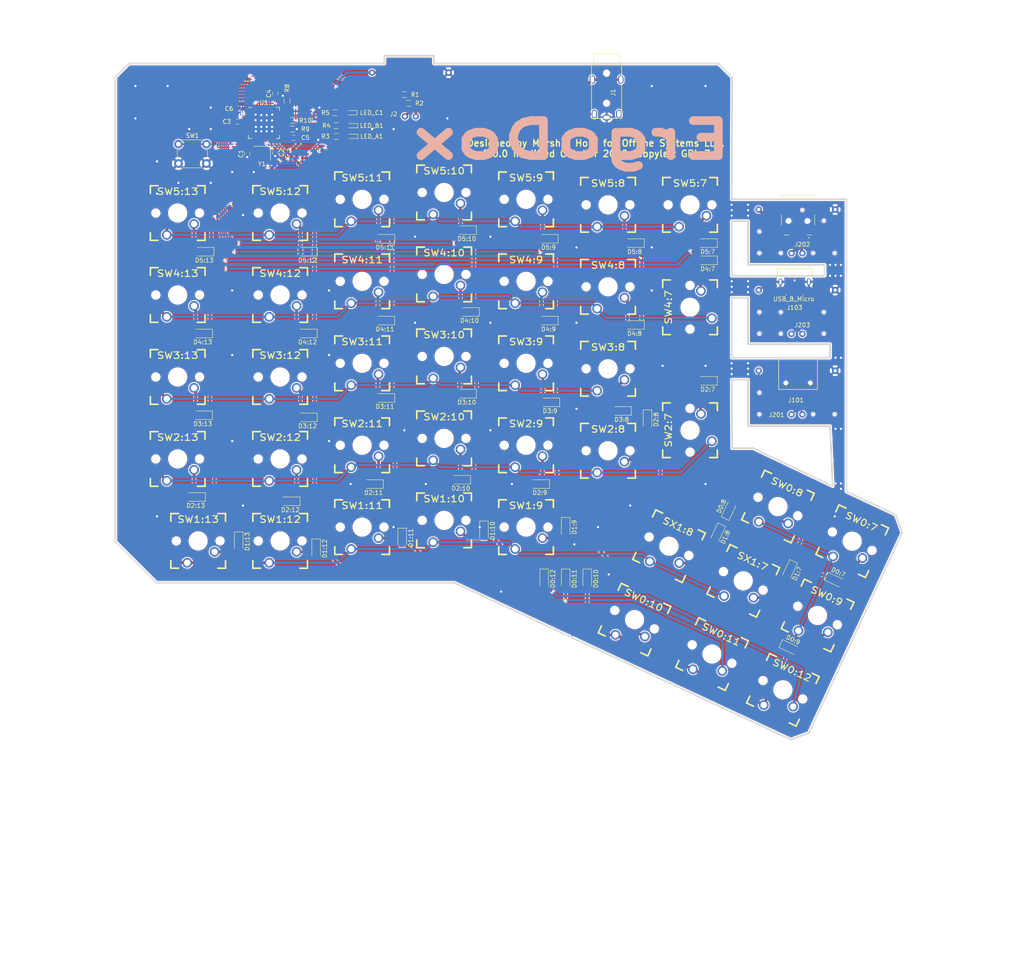
<source format=kicad_pcb>
(kicad_pcb (version 20171130) (host pcbnew 5.1.7)
  (title_block (title "ErgoDox Left PCB") (date 2020-10-12) (rev 2.0.0) (company "Offline Systems LLC"))
  (layers (0 Front signal) (31 Back signal) (34 B.Paste user hide) (35 F.Paste user hide) (36 B.SilkS user) (37 F.SilkS user) (38 B.Mask user hide) (39 F.Mask user hide) (44 Edge.Cuts user))
  (net 0 "")
  (net 1 /COL0)
  (net 2 /COL1)
  (net 3 /COL10)
  (net 4 /COL11)
  (net 5 /COL4)
  (net 6 /COL5)
  (net 7 /COL6)
  (net 8 /LED_A)
  (net 9 /LED_B)
  (net 10 /ROW0)
  (net 11 /ROW1)
  (net 12 /ROW2)
  (net 13 /ROW3)
  (net 14 /ROW4)
  (net 15 /ROW5)
  (net 16 GND)
  (net 17 VCC)
  (net 18 /D+)
  (net 19 /D-)
  (net 20 "Net-(D1:7-Pad2)")
  (net 21 "Net-(D1:8-Pad2)")
  (net 22 "Net-(LED_A1-Pad2)")
  (net 23 "Net-(LED_B1-Pad2)")
  (net 24 "Net-(R8-Pad1)")
  (net 25 "Net-(D0:7-Pad2)")
  (net 26 "Net-(D0:8-Pad2)")
  (net 27 "Net-(D0:9-Pad2)")
  (net 28 "Net-(D0:10-Pad2)")
  (net 29 "Net-(D0:11-Pad2)")
  (net 30 "Net-(D0:12-Pad2)")
  (net 31 "Net-(D1:9-Pad2)")
  (net 32 "Net-(D1:10-Pad2)")
  (net 33 "Net-(D1:11-Pad2)")
  (net 34 "Net-(D1:12-Pad2)")
  (net 35 "Net-(D1:13-Pad2)")
  (net 36 "Net-(D2:7-Pad2)")
  (net 37 "Net-(D2:8-Pad2)")
  (net 38 "Net-(D2:9-Pad2)")
  (net 39 "Net-(D2:10-Pad2)")
  (net 40 "Net-(D2:11-Pad2)")
  (net 41 "Net-(D2:12-Pad2)")
  (net 42 "Net-(D2:13-Pad2)")
  (net 43 "Net-(D3:8-Pad2)")
  (net 44 "Net-(D3:9-Pad2)")
  (net 45 "Net-(D3:10-Pad2)")
  (net 46 "Net-(D3:11-Pad2)")
  (net 47 "Net-(D3:12-Pad2)")
  (net 48 "Net-(D3:13-Pad2)")
  (net 49 "Net-(D4:7-Pad2)")
  (net 50 "Net-(D4:8-Pad2)")
  (net 51 "Net-(D4:9-Pad2)")
  (net 52 "Net-(D4:10-Pad2)")
  (net 53 "Net-(D4:11-Pad2)")
  (net 54 "Net-(D4:12-Pad2)")
  (net 55 "Net-(D4:13-Pad2)")
  (net 56 "Net-(D5:7-Pad2)")
  (net 57 "Net-(D5:8-Pad2)")
  (net 58 "Net-(D5:9-Pad2)")
  (net 59 "Net-(D5:10-Pad2)")
  (net 60 "Net-(D5:11-Pad2)")
  (net 61 "Net-(D5:12-Pad2)")
  (net 62 "Net-(D5:13-Pad2)")
  (net 63 /SDA)
  (net 64 /SCL)
  (net 65 /USB-)
  (net 66 /USB+)
  (net 67 "Net-(R9-Pad2)")
  (net 68 "Net-(R10-Pad2)")
  (net 69 /RST)
  (net 70 "Net-(C1-Pad2)")
  (net 71 "Net-(C2-Pad1)")
  (net 72 "Net-(C3-Pad1)")
  (net 73 "Net-(LED_C1-Pad2)")
  (net 74 /LED_C)
  (net 75 "Net-(J101-PadA4)")
  (net 76 "Net-(J101-PadA6)")
  (net 77 "Net-(J101-PadA7)")
  (net 78 "Net-(J102-Pad3)")
  (net 79 "Net-(J102-Pad2)")
  (net 80 "Net-(J102-Pad1)")
  (net 81 "Net-(J103-Pad1)")
  (net 82 "Net-(J103-Pad2)")
  (net 83 "Net-(J103-Pad3)")
  (module ErgoDOX:10118193-0001LF (layer Front) (at 179.476 70.498 180)
    (fp_text reference J103 (at 0 -5.983698) (layer F.SilkS))
    (fp_text value USB_B_Micro (at 0.2 -3.983698) (layer F.SilkS))
    (fp_text user * (at 0 0) (layer F.SilkS))
    (pad 6 thru_hole oval (at 3.3 0 270) (size 1.6 0.9) (drill oval 1.2 0.5) (layers *.Cu *.Mask) (net 16 GND))
    (pad 6 thru_hole oval (at -3.3 0 270) (size 1.6 0.9144) (drill oval 1.2 0.5) (layers *.Cu *.Mask) (net 16 GND))
    (pad 6 smd rect (at 1.2 0.016302 180) (size 1.905 1.905) (layers Front F.Paste F.Mask) (net 16 GND))
    (pad 6 smd rect (at -1.2 0.016302 180) (size 1.905 1.905) (layers Front F.Paste F.Mask) (net 16 GND))
    (pad 6 smd rect (at 3.2 -2.433699 180) (size 1.6 1.4) (layers Front F.Paste F.Mask) (net 16 GND))
    (pad 6 smd rect (at -3.2 -2.433699 180) (size 1.6 1.4) (layers Front F.Paste F.Mask) (net 16 GND))
    (pad 5 smd rect (at 1.3 -2.658699 180) (size 0.4064 1.3462) (layers Front F.Paste F.Mask) (net 16 GND))
    (pad 4 smd rect (at 0.649999 -2.658699 180) (size 0.4064 1.3462) (layers Front F.Paste F.Mask))
    (pad 3 smd rect (at 0 -2.658699 180) (size 0.4064 1.3462) (layers Front F.Paste F.Mask) (net 83 "Net-(J103-Pad3)"))
    (pad 2 smd rect (at -0.649999 -2.658699 180) (size 0.4064 1.3462) (layers Front F.Paste F.Mask) (net 82 "Net-(J103-Pad2)"))
    (pad 1 smd rect (at -1.3 -2.658699 180) (size 0.4064 1.3462) (layers Front F.Paste F.Mask) (net 81 "Net-(J103-Pad1)"))
  )
  (module ErgoDOX:USB4110-GF-A (layer Front) (at 180.276 94.498 180)
    (fp_text reference J101 (at 0.5 -3.5) (layer F.SilkS))
    (fp_text value USB_C_Receptacle_USB2.0)
    (pad "" np_thru_hole circle (at 2.84 0.5 180) (size 0.65 0.65) (drill 0.65) (layers *.Cu *.Mask))
    (pad "" np_thru_hole circle (at -2.84 0.5 180) (size 0.65 0.65) (drill 0.65) (layers *.Cu *.Mask))
    (pad B8 smd rect (at -1.75 0 180) (size 0.3 1.15) (drill (offset 0 -0.575)) (layers Front F.Paste F.Mask))
    (pad B5 smd rect (at 1.75 0 180) (size 0.3 1.15) (drill (offset 0 -0.575)) (layers Front F.Paste F.Mask))
    (pad A1 smd rect (at 3.2 0 180) (size 0.6 1.15) (drill (offset 0 -0.575)) (layers Front F.Paste F.Mask) (net 16 GND))
    (pad A4 smd rect (at 2.4 0 180) (size 0.6 1.15) (drill (offset 0 -0.575)) (layers Front F.Paste F.Mask) (net 75 "Net-(J101-PadA4)"))
    (pad A1 smd rect (at -3.2 0 180) (size 0.6 1.15) (drill (offset 0 -0.575)) (layers Front F.Paste F.Mask) (net 16 GND))
    (pad A4 smd rect (at -2.4 0 180) (size 0.6 1.15) (drill (offset 0 -0.575)) (layers Front F.Paste F.Mask) (net 75 "Net-(J101-PadA4)"))
    (pad A5 smd rect (at -1.25 0 180) (size 0.3 1.15) (drill (offset 0 -0.575)) (layers Front F.Paste F.Mask))
    (pad B7 smd rect (at -0.75 0 180) (size 0.3 1.15) (drill (offset 0 -0.575)) (layers Front F.Paste F.Mask) (net 77 "Net-(J101-PadA7)"))
    (pad A6 smd rect (at -0.25 0 180) (size 0.3 1.15) (drill (offset 0 -0.575)) (layers Front F.Paste F.Mask) (net 76 "Net-(J101-PadA6)"))
    (pad A8 smd rect (at 1.25 0 180) (size 0.3 1.15) (drill (offset 0 -0.575)) (layers Front F.Paste F.Mask))
    (pad B6 smd rect (at 0.75 0 180) (size 0.3 1.15) (drill (offset 0 -0.575)) (layers Front F.Paste F.Mask) (net 76 "Net-(J101-PadA6)"))
    (pad A7 smd rect (at 0.25 0 180) (size 0.3 1.15) (drill (offset 0 -0.575)) (layers Front F.Paste F.Mask) (net 77 "Net-(J101-PadA7)"))
    (pad S1 smd rect (at 5.11 3.93 180) (size 2 2) (layers Front F.Paste F.Mask) (net 16 GND))
    (pad S1 smd rect (at -5.11 3.93 180) (size 2 2) (layers Front F.Paste F.Mask) (net 16 GND))
    (pad S1 smd rect (at -5.11 0 180) (size 2 2) (layers Front F.Paste F.Mask) (net 16 GND))
    (pad S1 smd rect (at 5.11 0 180) (size 2 2) (layers Front F.Paste F.Mask) (net 16 GND))
  )
  (module ErgoDOX:usb_breakout (layer Front) (at 181.276 80.038)
    (fp_text reference J203 (at 0 0.5) (layer F.SilkS))
    (fp_text value USB_B)
    (pad 6 smd circle (at 7.62 -2.54) (size 1.524 1.524) (layers Front))
    (pad 5 smd circle (at 7.62 -5.08) (size 1.524 1.524) (layers Front) (net 16 GND))
    (pad 4 thru_hole circle (at 7.62 -7.62) (size 1.524 1.524) (drill 0.762) (layers *.Cu *.Mask) (net 16 GND))
    (pad 1 thru_hole circle (at -10.16 -7.62) (size 1.524 1.524) (drill 0.762) (layers *.Cu *.Mask) (net 81 "Net-(J103-Pad1)"))
    (pad 2 thru_hole circle (at 0 2.54) (size 1.524 1.524) (drill 0.762) (layers *.Cu *.Mask) (net 82 "Net-(J103-Pad2)"))
    (pad 3 thru_hole circle (at -2.54 2.54) (size 1.524 1.524) (drill 0.762) (layers *.Cu *.Mask) (net 83 "Net-(J103-Pad3)"))
  )
  (module ErgoDOX:usb_breakout (layer Front) (at 181.276 61.308)
    (fp_text reference J202 (at 0 0.5) (layer F.SilkS))
    (fp_text value USB_B)
    (pad 6 smd circle (at 7.62 -2.54) (size 1.524 1.524) (layers Front))
    (pad 5 smd circle (at 7.62 -5.08) (size 1.524 1.524) (layers Front) (net 16 GND))
    (pad 4 thru_hole circle (at 7.62 -7.62) (size 1.524 1.524) (drill 0.762) (layers *.Cu *.Mask) (net 16 GND))
    (pad 1 thru_hole circle (at -10.16 -7.62) (size 1.524 1.524) (drill 0.762) (layers *.Cu *.Mask) (net 80 "Net-(J102-Pad1)"))
    (pad 2 thru_hole circle (at 0 2.54) (size 1.524 1.524) (drill 0.762) (layers *.Cu *.Mask) (net 79 "Net-(J102-Pad2)"))
    (pad 3 thru_hole circle (at -2.54 2.54) (size 1.524 1.524) (drill 0.762) (layers *.Cu *.Mask) (net 78 "Net-(J102-Pad3)"))
  )
  (module ErgoDOX:usb_breakout (layer Front) (at 181.276 98.768)
    (fp_text reference J201 (at -6 2.64) (layer F.SilkS))
    (fp_text value USB_B)
    (pad 6 smd circle (at 7.62 -2.54) (size 1.524 1.524) (layers Front))
    (pad 5 smd circle (at 7.62 -5.08) (size 1.524 1.524) (layers Front) (net 16 GND))
    (pad 4 thru_hole circle (at 7.62 -7.62) (size 1.524 1.524) (drill 0.762) (layers *.Cu *.Mask) (net 16 GND))
    (pad 1 thru_hole circle (at -10.16 -7.62) (size 1.524 1.524) (drill 0.762) (layers *.Cu *.Mask) (net 75 "Net-(J101-PadA4)"))
    (pad 2 thru_hole circle (at 0 2.54) (size 1.524 1.524) (drill 0.762) (layers *.Cu *.Mask) (net 77 "Net-(J101-PadA7)"))
    (pad 3 thru_hole circle (at -2.54 2.54) (size 1.524 1.524) (drill 0.762) (layers *.Cu *.Mask) (net 76 "Net-(J101-PadA6)"))
  )
  (module ErgoDOX:usb_breakout (layer Front) (at 91.436 29.498)
    (fp_text reference J2 (at -5.16 2) (layer F.SilkS))
    (fp_text value USB_B)
    (pad 6 smd circle (at 7.62 -2.54) (size 1.524 1.524) (layers Front))
    (pad 5 smd circle (at 7.62 -5.08) (size 1.524 1.524) (layers Front) (net 16 GND))
    (pad 4 thru_hole circle (at 7.62 -7.62) (size 1.524 1.524) (drill 0.762) (layers *.Cu *.Mask) (net 16 GND))
    (pad 1 thru_hole circle (at -10.16 -7.62) (size 1.524 1.524) (drill 0.762) (layers *.Cu *.Mask) (net 17 VCC))
    (pad 2 thru_hole circle (at 0 2.54) (size 1.524 1.524) (drill 0.762) (layers *.Cu *.Mask) (net 65 /USB-))
    (pad 3 thru_hole circle (at -2.54 2.54) (size 1.524 1.524) (drill 0.762) (layers *.Cu *.Mask) (net 66 /USB+))
  )
  (module ErgoDOX:CUI_UJ2-MABH-1-SMT (layer Front) (at 180.276 56.308)
    (fp_text reference J102 (at 0.562165 5.325895 180) (layer F.SilkS) (effects (font (size 1.000323 1.000323) (thickness 0.015))))
    (fp_text value USB_B_Mini)
    (pad 6 smd rect (at -4.4725 -2.94 180) (size 2 2.5) (layers Front F.Paste F.Mask) (net 16 GND))
    (pad 6 smd rect (at 4.4475 -2.94 180) (size 2 2.5) (layers Front F.Paste F.Mask) (net 16 GND))
    (pad None np_thru_hole circle (at -2.2125 0.03 180) (size 0.9 0.9) (drill 0.9) (layers *.Cu *.Mask))
    (pad None np_thru_hole circle (at 2.1875 0.03 180) (size 0.9 0.9) (drill 0.9) (layers *.Cu *.Mask))
    (pad 6 smd rect (at -4.4725 2.54 180) (size 2 2.5) (layers Front F.Paste F.Mask) (net 16 GND))
    (pad 6 smd rect (at 4.4475 2.54 180) (size 2 2.5) (layers Front F.Paste F.Mask) (net 16 GND))
    (pad 5 smd rect (at -1.6125 2.54 180) (size 0.5 2.5) (layers Front F.Paste F.Mask) (net 16 GND))
    (pad 4 smd rect (at -0.8125 2.54 180) (size 0.5 2.5) (layers Front F.Paste F.Mask))
    (pad 3 smd rect (at -0.0125 2.54 180) (size 0.5 2.5) (layers Front F.Paste F.Mask) (net 78 "Net-(J102-Pad3)"))
    (pad 2 smd rect (at 0.7875 2.54 180) (size 0.5 2.5) (layers Front F.Paste F.Mask) (net 79 "Net-(J102-Pad2)"))
    (pad 1 smd rect (at 1.5875 2.54 180) (size 0.5 2.5) (layers Front F.Paste F.Mask) (net 80 "Net-(J102-Pad1)"))
  )
  (module ErgoDOX:MX_TOP (layer Front) (at 117.062 127.498 180)
    (fp_text reference SW1:9 (at 0 5) (layer F.SilkS) (effects (font (size 1.524 1.778) (thickness 0.254))))
    (fp_text value SW1:4 hide)
    (pad 1 thru_hole circle (at 2.54 -5.08 180) (size 2.286 2.286) (drill 1.4986) (layers *.Cu *.Mask) (net 11 /ROW1))
    (pad 2 thru_hole circle (at -3.81 -2.54 180) (size 2.286 2.286) (drill 1.4986) (layers *.Cu *.Mask) (net 31 "Net-(D1:9-Pad2)"))
    (pad "" np_thru_hole circle (at 0 0 180) (size 3.9878 3.9878) (drill 3.9878) (layers *.Cu *.Mask))
    (pad "" np_thru_hole circle (at -5.08 0 180) (size 1.7018 1.7018) (drill 1.7018) (layers *.Cu *.Mask))
    (pad "" np_thru_hole circle (at 5.08 0 180) (size 1.7018 1.7018) (drill 1.7018) (layers *.Cu *.Mask))
  )
  (module ErgoDOX:MX_TOP (layer Front) (at 36.0995 54.5052 180)
    (fp_text reference SW5:13 (at 0 5) (layer F.SilkS) (effects (font (size 1.524 1.778) (thickness 0.254))))
    (fp_text value SW5:0 hide)
    (pad 1 thru_hole circle (at 2.54 -5.08 180) (size 2.286 2.286) (drill 1.4986) (layers *.Cu *.Mask) (net 15 /ROW5))
    (pad 2 thru_hole circle (at -3.81 -2.54 180) (size 2.286 2.286) (drill 1.4986) (layers *.Cu *.Mask) (net 62 "Net-(D5:13-Pad2)"))
    (pad "" np_thru_hole circle (at 0 0 180) (size 3.9878 3.9878) (drill 3.9878) (layers *.Cu *.Mask))
    (pad "" np_thru_hole circle (at -5.08 0 180) (size 1.7018 1.7018) (drill 1.7018) (layers *.Cu *.Mask))
    (pad "" np_thru_hole circle (at 5.08 0 180) (size 1.7018 1.7018) (drill 1.7018) (layers *.Cu *.Mask))
  )
  (module Resistors_SMD:R_0603 (layer Front) (at 61.526 28.498 90)
    (fp_text reference R8 (at 3 0 90) (layer F.SilkS))
    (fp_text value 1k)
    (pad 1 smd rect (at -0.75 0 90) (size 0.5 0.9) (layers Front F.Paste F.Mask) (net 24 "Net-(R8-Pad1)"))
    (pad 2 smd rect (at 0.75 0 90) (size 0.5 0.9) (layers Front F.Paste F.Mask) (net 16 GND))
  )
  (module Resistors_SMD:R_0603 (layer Front) (at 89.776 28.998)
    (fp_text reference R2 (at 2.5 0) (layer F.SilkS))
    (fp_text value 22)
    (pad 1 smd rect (at -0.75 0) (size 0.5 0.9) (layers Front F.Paste F.Mask) (net 19 /D-))
    (pad 2 smd rect (at 0.75 0) (size 0.5 0.9) (layers Front F.Paste F.Mask) (net 65 /USB-))
  )
  (module Resistors_SMD:R_0603 (layer Front) (at 88.776 26.998)
    (fp_text reference R1 (at 2.5 0) (layer F.SilkS))
    (fp_text value 22)
    (pad 1 smd rect (at -0.75 0) (size 0.5 0.9) (layers Front F.Paste F.Mask) (net 18 /D+))
    (pad 2 smd rect (at 0.75 0) (size 0.5 0.9) (layers Front F.Paste F.Mask) (net 66 /USB+))
  )
  (module Crystals:Crystal_SMD_3225-4pin_3.2x2.5mm (layer Front) (at 55.676 40.648 180)
    (fp_text reference Y1 (at 0 -2.45) (layer F.SilkS))
    (fp_text value 16MHz)
    (pad 1 smd rect (at -1.1 0.85 180) (size 1.4 1.2) (layers Front F.Paste F.Mask) (net 71 "Net-(C2-Pad1)"))
    (pad 2 smd rect (at 1.1 0.85 180) (size 1.4 1.2) (layers Front F.Paste F.Mask) (net 70 "Net-(C1-Pad2)"))
    (pad 3 smd rect (at 1.1 -0.85 180) (size 1.4 1.2) (layers Front F.Paste F.Mask))
    (pad 4 smd rect (at -1.1 -0.85 180) (size 1.4 1.2) (layers Front F.Paste F.Mask))
  )
  (module Resistors_SMD:R_0603 (layer Front) (at 72.676 31.198)
    (fp_text reference R5 (at -2.25 0) (layer F.SilkS))
    (fp_text value 1k)
    (pad 1 smd rect (at -0.75 0) (size 0.5 0.9) (layers Front F.Paste F.Mask) (net 74 /LED_C))
    (pad 2 smd rect (at 0.75 0) (size 0.5 0.9) (layers Front F.Paste F.Mask) (net 73 "Net-(LED_C1-Pad2)"))
  )
  (module Capacitors_SMD:C_0603 (layer Front) (at 50.526 30.248 180)
    (fp_text reference C6 (at 2.5 0) (layer F.SilkS))
    (fp_text value 100n)
    (pad 2 smd rect (at 0.75 0 180) (size 0.8 0.75) (layers Front F.Paste F.Mask) (net 16 GND))
    (pad 1 smd rect (at -0.75 0 180) (size 0.8 0.75) (layers Front F.Paste F.Mask) (net 17 VCC))
  )
  (module Capacitors_SMD:C_0603 (layer Front) (at 63.026 36.998)
    (fp_text reference C5 (at 2.75 0) (layer F.SilkS))
    (fp_text value 100n)
    (pad 2 smd rect (at 0.75 0) (size 0.8 0.75) (layers Front F.Paste F.Mask) (net 16 GND))
    (pad 1 smd rect (at -0.75 0) (size 0.8 0.75) (layers Front F.Paste F.Mask) (net 17 VCC))
  )
  (module Capacitors_SMD:C_0603 (layer Front) (at 58.776 26.748 90)
    (fp_text reference C4 (at 0 -1.5 90) (layer F.SilkS))
    (fp_text value 1u)
    (pad 2 smd rect (at 0.75 0 90) (size 0.8 0.75) (layers Front F.Paste F.Mask) (net 16 GND))
    (pad 1 smd rect (at -0.75 0 90) (size 0.8 0.75) (layers Front F.Paste F.Mask) (net 17 VCC))
  )
  (module Capacitors_SMD:C_0603 (layer Front) (at 50.026 33.248 180)
    (fp_text reference C3 (at 2.5 0) (layer F.SilkS))
    (fp_text value 1u)
    (pad 2 smd rect (at 0.75 0 180) (size 0.8 0.75) (layers Front F.Paste F.Mask) (net 16 GND))
    (pad 1 smd rect (at -0.75 0 180) (size 0.8 0.75) (layers Front F.Paste F.Mask) (net 72 "Net-(C3-Pad1)"))
  )
  (module Capacitors_SMD:C_0603 (layer Front) (at 58.776 40.498 270)
    (fp_text reference C2 (at 0 -1.5 270) (layer F.SilkS))
    (fp_text value 10p)
    (pad 2 smd rect (at 0.75 0 270) (size 0.8 0.75) (layers Front F.Paste F.Mask) (net 16 GND))
    (pad 1 smd rect (at -0.75 0 270) (size 0.8 0.75) (layers Front F.Paste F.Mask) (net 71 "Net-(C2-Pad1)"))
  )
  (module Capacitors_SMD:C_0603 (layer Front) (at 52.276 40.748 90)
    (fp_text reference C1 (at 0 -1.5 90) (layer F.SilkS))
    (fp_text value 10p)
    (pad 2 smd rect (at 0.75 0 90) (size 0.8 0.75) (layers Front F.Paste F.Mask) (net 70 "Net-(C1-Pad2)"))
    (pad 1 smd rect (at -0.75 0 90) (size 0.8 0.75) (layers Front F.Paste F.Mask) (net 16 GND))
  )
  (module Diodes_SMD:D_SOD-123 (layer Front) (at 122.276 60.498 180)
    (fp_text reference D5:9 (at 0 -2) (layer F.SilkS))
    (fp_text value D)
    (pad 1 smd rect (at -1.65 0 180) (size 0.9 1.2) (layers Front F.Paste F.Mask) (net 5 /COL4))
    (pad 2 smd rect (at 1.65 0 180) (size 0.9 1.2) (layers Front F.Paste F.Mask) (net 58 "Net-(D5:9-Pad2)"))
  )
  (module ErgoDOX:MX_TOP (layer Front) (at 167.53688 139.98382 155)
    (fp_text reference SX1:7 (at 0 5 155) (layer F.SilkS) (effects (font (size 1.524 1.778) (thickness 0.254))))
    (fp_text value SX1:6 hide)
    (pad 1 thru_hole circle (at 2.54 -5.08 155) (size 2.286 2.286) (drill 1.4986) (layers *.Cu *.Mask) (net 11 /ROW1))
    (pad 2 thru_hole circle (at -3.81 -2.54 155) (size 2.286 2.286) (drill 1.4986) (layers *.Cu *.Mask) (net 20 "Net-(D1:7-Pad2)"))
    (pad "" np_thru_hole circle (at 0 0 155) (size 3.9878 3.9878) (drill 3.9878) (layers *.Cu *.Mask))
    (pad "" np_thru_hole circle (at -5.08 0 155) (size 1.7018 1.7018) (drill 1.7018) (layers *.Cu *.Mask))
    (pad "" np_thru_hole circle (at 5.08 0 155) (size 1.7018 1.7018) (drill 1.7018) (layers *.Cu *.Mask))
  )
  (module ErgoDOX:MX_TOP (layer Front) (at 36.0995 92.60266 180)
    (fp_text reference SW3:13 (at 0 5) (layer F.SilkS) (effects (font (size 1.524 1.778) (thickness 0.254))))
    (fp_text value SW3:0 hide)
    (pad 1 thru_hole circle (at 2.54 -5.08 180) (size 2.286 2.286) (drill 1.4986) (layers *.Cu *.Mask) (net 13 /ROW3))
    (pad 2 thru_hole circle (at -3.81 -2.54 180) (size 2.286 2.286) (drill 1.4986) (layers *.Cu *.Mask) (net 48 "Net-(D3:13-Pad2)"))
    (pad "" np_thru_hole circle (at 0 0 180) (size 3.9878 3.9878) (drill 3.9878) (layers *.Cu *.Mask))
    (pad "" np_thru_hole circle (at -5.08 0 180) (size 1.7018 1.7018) (drill 1.7018) (layers *.Cu *.Mask))
    (pad "" np_thru_hole circle (at 5.08 0 180) (size 1.7018 1.7018) (drill 1.7018) (layers *.Cu *.Mask))
  )
  (module ErgoDOX:MX_TOP (layer Front) (at 117.062 108.47766 180)
    (fp_text reference SW2:9 (at 0 5) (layer F.SilkS) (effects (font (size 1.524 1.778) (thickness 0.254))))
    (fp_text value SW2:4 hide)
    (pad 1 thru_hole circle (at 2.54 -5.08 180) (size 2.286 2.286) (drill 1.4986) (layers *.Cu *.Mask) (net 12 /ROW2))
    (pad 2 thru_hole circle (at -3.81 -2.54 180) (size 2.286 2.286) (drill 1.4986) (layers *.Cu *.Mask) (net 38 "Net-(D2:9-Pad2)"))
    (pad "" np_thru_hole circle (at 0 0 180) (size 3.9878 3.9878) (drill 3.9878) (layers *.Cu *.Mask))
    (pad "" np_thru_hole circle (at -5.08 0 180) (size 1.7018 1.7018) (drill 1.7018) (layers *.Cu *.Mask))
    (pad "" np_thru_hole circle (at 5.08 0 180) (size 1.7018 1.7018) (drill 1.7018) (layers *.Cu *.Mask))
  )
  (module ErgoDOX:MX_TOP (layer Front) (at 98.012 106.88 180)
    (fp_text reference SW2:10 (at 0 5) (layer F.SilkS) (effects (font (size 1.524 1.778) (thickness 0.254))))
    (fp_text value SW2:3 hide)
    (pad 1 thru_hole circle (at 2.54 -5.08 180) (size 2.286 2.286) (drill 1.4986) (layers *.Cu *.Mask) (net 12 /ROW2))
    (pad 2 thru_hole circle (at -3.81 -2.54 180) (size 2.286 2.286) (drill 1.4986) (layers *.Cu *.Mask) (net 39 "Net-(D2:10-Pad2)"))
    (pad "" np_thru_hole circle (at 0 0 180) (size 3.9878 3.9878) (drill 3.9878) (layers *.Cu *.Mask))
    (pad "" np_thru_hole circle (at -5.08 0 180) (size 1.7018 1.7018) (drill 1.7018) (layers *.Cu *.Mask))
    (pad "" np_thru_hole circle (at 5.08 0 180) (size 1.7018 1.7018) (drill 1.7018) (layers *.Cu *.Mask))
  )
  (module ErgoDOX:MX_TOP (layer Front) (at 117.062 89.42766 180)
    (fp_text reference SW3:9 (at 0 5) (layer F.SilkS) (effects (font (size 1.524 1.778) (thickness 0.254))))
    (fp_text value SW3:4 hide)
    (pad 1 thru_hole circle (at 2.54 -5.08 180) (size 2.286 2.286) (drill 1.4986) (layers *.Cu *.Mask) (net 13 /ROW3))
    (pad 2 thru_hole circle (at -3.81 -2.54 180) (size 2.286 2.286) (drill 1.4986) (layers *.Cu *.Mask) (net 44 "Net-(D3:9-Pad2)"))
    (pad "" np_thru_hole circle (at 0 0 180) (size 3.9878 3.9878) (drill 3.9878) (layers *.Cu *.Mask))
    (pad "" np_thru_hole circle (at -5.08 0 180) (size 1.7018 1.7018) (drill 1.7018) (layers *.Cu *.Mask))
    (pad "" np_thru_hole circle (at 5.08 0 180) (size 1.7018 1.7018) (drill 1.7018) (layers *.Cu *.Mask))
  )
  (module ErgoDOX:MX_TOP (layer Front) (at 78.962 108.47766 180)
    (fp_text reference SW2:11 (at 0 5) (layer F.SilkS) (effects (font (size 1.524 1.778) (thickness 0.254))))
    (fp_text value SW2:2 hide)
    (pad 1 thru_hole circle (at 2.54 -5.08 180) (size 2.286 2.286) (drill 1.4986) (layers *.Cu *.Mask) (net 12 /ROW2))
    (pad 2 thru_hole circle (at -3.81 -2.54 180) (size 2.286 2.286) (drill 1.4986) (layers *.Cu *.Mask) (net 40 "Net-(D2:11-Pad2)"))
    (pad "" np_thru_hole circle (at 0 0 180) (size 3.9878 3.9878) (drill 3.9878) (layers *.Cu *.Mask))
    (pad "" np_thru_hole circle (at -5.08 0 180) (size 1.7018 1.7018) (drill 1.7018) (layers *.Cu *.Mask))
    (pad "" np_thru_hole circle (at 5.08 0 180) (size 1.7018 1.7018) (drill 1.7018) (layers *.Cu *.Mask))
  )
  (module ErgoDOX:MX_TOP (layer Front) (at 98.012 87.83 180)
    (fp_text reference SW3:10 (at 0 5) (layer F.SilkS) (effects (font (size 1.524 1.778) (thickness 0.254))))
    (fp_text value SW3:3 hide)
    (pad 1 thru_hole circle (at 2.54 -5.08 180) (size 2.286 2.286) (drill 1.4986) (layers *.Cu *.Mask) (net 13 /ROW3))
    (pad 2 thru_hole circle (at -3.81 -2.54 180) (size 2.286 2.286) (drill 1.4986) (layers *.Cu *.Mask) (net 45 "Net-(D3:10-Pad2)"))
    (pad "" np_thru_hole circle (at 0 0 180) (size 3.9878 3.9878) (drill 3.9878) (layers *.Cu *.Mask))
    (pad "" np_thru_hole circle (at -5.08 0 180) (size 1.7018 1.7018) (drill 1.7018) (layers *.Cu *.Mask))
    (pad "" np_thru_hole circle (at 5.08 0 180) (size 1.7018 1.7018) (drill 1.7018) (layers *.Cu *.Mask))
  )
  (module ErgoDOX:MX_TOP (layer Front) (at 78.962 89.42766 180)
    (fp_text reference SW3:11 (at 0 5) (layer F.SilkS) (effects (font (size 1.524 1.778) (thickness 0.254))))
    (fp_text value SW3:2 hide)
    (pad 1 thru_hole circle (at 2.54 -5.08 180) (size 2.286 2.286) (drill 1.4986) (layers *.Cu *.Mask) (net 13 /ROW3))
    (pad 2 thru_hole circle (at -3.81 -2.54 180) (size 2.286 2.286) (drill 1.4986) (layers *.Cu *.Mask) (net 46 "Net-(D3:11-Pad2)"))
    (pad "" np_thru_hole circle (at 0 0 180) (size 3.9878 3.9878) (drill 3.9878) (layers *.Cu *.Mask))
    (pad "" np_thru_hole circle (at -5.08 0 180) (size 1.7018 1.7018) (drill 1.7018) (layers *.Cu *.Mask))
    (pad "" np_thru_hole circle (at 5.08 0 180) (size 1.7018 1.7018) (drill 1.7018) (layers *.Cu *.Mask))
  )
  (module ErgoDOX:MX_TOP (layer Front) (at 78.962 127.498 180)
    (fp_text reference SW1:11 (at 0 5) (layer F.SilkS) (effects (font (size 1.524 1.778) (thickness 0.254))))
    (fp_text value SW1:2 hide)
    (pad 1 thru_hole circle (at 2.54 -5.08 180) (size 2.286 2.286) (drill 1.4986) (layers *.Cu *.Mask) (net 11 /ROW1))
    (pad 2 thru_hole circle (at -3.81 -2.54 180) (size 2.286 2.286) (drill 1.4986) (layers *.Cu *.Mask) (net 33 "Net-(D1:11-Pad2)"))
    (pad "" np_thru_hole circle (at 0 0 180) (size 3.9878 3.9878) (drill 3.9878) (layers *.Cu *.Mask))
    (pad "" np_thru_hole circle (at -5.08 0 180) (size 1.7018 1.7018) (drill 1.7018) (layers *.Cu *.Mask))
    (pad "" np_thru_hole circle (at 5.08 0 180) (size 1.7018 1.7018) (drill 1.7018) (layers *.Cu *.Mask))
  )
  (module ErgoDOX:MX_TOP (layer Front) (at 98.012 125.93 180)
    (fp_text reference SW1:10 (at 0 5) (layer F.SilkS) (effects (font (size 1.524 1.778) (thickness 0.254))))
    (fp_text value SW1:3 hide)
    (pad 1 thru_hole circle (at 2.54 -5.08 180) (size 2.286 2.286) (drill 1.4986) (layers *.Cu *.Mask) (net 11 /ROW1))
    (pad 2 thru_hole circle (at -3.81 -2.54 180) (size 2.286 2.286) (drill 1.4986) (layers *.Cu *.Mask) (net 32 "Net-(D1:10-Pad2)"))
    (pad "" np_thru_hole circle (at 0 0 180) (size 3.9878 3.9878) (drill 3.9878) (layers *.Cu *.Mask))
    (pad "" np_thru_hole circle (at -5.08 0 180) (size 1.7018 1.7018) (drill 1.7018) (layers *.Cu *.Mask))
    (pad "" np_thru_hole circle (at 5.08 0 180) (size 1.7018 1.7018) (drill 1.7018) (layers *.Cu *.Mask))
  )
  (module Housings_DFN_QFN:QFN-44-1EP_7x7mm_Pitch0.5mm (layer Front) (at 56.13225 33.56675)
    (fp_text reference U1 (at 0 -4.75) (layer F.SilkS))
    (fp_text value ATmega32U4-MU)
    (pad 1 smd rect (at -3.4 -2.5) (size 0.7 0.25) (layers Front F.Paste F.Mask))
    (pad 2 smd rect (at -3.4 -2) (size 0.7 0.25) (layers Front F.Paste F.Mask) (net 17 VCC))
    (pad 3 smd rect (at -3.4 -1.5) (size 0.7 0.25) (layers Front F.Paste F.Mask) (net 19 /D-))
    (pad 4 smd rect (at -3.4 -1) (size 0.7 0.25) (layers Front F.Paste F.Mask) (net 18 /D+))
    (pad 5 smd rect (at -3.4 -0.5) (size 0.7 0.25) (layers Front F.Paste F.Mask) (net 16 GND))
    (pad 6 smd rect (at -3.4 0) (size 0.7 0.25) (layers Front F.Paste F.Mask) (net 72 "Net-(C3-Pad1)"))
    (pad 7 smd rect (at -3.4 0.5) (size 0.7 0.25) (layers Front F.Paste F.Mask) (net 17 VCC))
    (pad 8 smd rect (at -3.4 1) (size 0.7 0.25) (layers Front F.Paste F.Mask) (net 7 /COL6))
    (pad 9 smd rect (at -3.4 1.5) (size 0.7 0.25) (layers Front F.Paste F.Mask) (net 6 /COL5))
    (pad 10 smd rect (at -3.4 2) (size 0.7 0.25) (layers Front F.Paste F.Mask) (net 5 /COL4))
    (pad 11 smd rect (at -3.4 2.5) (size 0.7 0.25) (layers Front F.Paste F.Mask) (net 3 /COL10))
    (pad 12 smd rect (at -2.5 3.4 90) (size 0.7 0.25) (layers Front F.Paste F.Mask) (net 74 /LED_C))
    (pad 13 smd rect (at -2 3.4 90) (size 0.7 0.25) (layers Front F.Paste F.Mask) (net 69 /RST))
    (pad 14 smd rect (at -1.5 3.4 90) (size 0.7 0.25) (layers Front F.Paste F.Mask) (net 17 VCC))
    (pad 15 smd rect (at -1 3.4 90) (size 0.7 0.25) (layers Front F.Paste F.Mask) (net 16 GND))
    (pad 16 smd rect (at -0.5 3.4 90) (size 0.7 0.25) (layers Front F.Paste F.Mask) (net 70 "Net-(C1-Pad2)"))
    (pad 17 smd rect (at 0 3.4 90) (size 0.7 0.25) (layers Front F.Paste F.Mask) (net 71 "Net-(C2-Pad1)"))
    (pad 18 smd rect (at 0.5 3.4 90) (size 0.7 0.25) (layers Front F.Paste F.Mask) (net 64 /SCL))
    (pad 19 smd rect (at 1 3.4 90) (size 0.7 0.25) (layers Front F.Paste F.Mask) (net 63 /SDA))
    (pad 20 smd rect (at 1.5 3.4 90) (size 0.7 0.25) (layers Front F.Paste F.Mask) (net 4 /COL11))
    (pad 21 smd rect (at 2 3.4 90) (size 0.7 0.25) (layers Front F.Paste F.Mask) (net 2 /COL1))
    (pad 22 smd rect (at 2.5 3.4 90) (size 0.7 0.25) (layers Front F.Paste F.Mask))
    (pad 23 smd rect (at 3.4 2.5) (size 0.7 0.25) (layers Front F.Paste F.Mask) (net 16 GND))
    (pad 24 smd rect (at 3.4 2) (size 0.7 0.25) (layers Front F.Paste F.Mask) (net 17 VCC))
    (pad 25 smd rect (at 3.4 1.5) (size 0.7 0.25) (layers Front F.Paste F.Mask))
    (pad 26 smd rect (at 3.4 1) (size 0.7 0.25) (layers Front F.Paste F.Mask) (net 67 "Net-(R9-Pad2)"))
    (pad 27 smd rect (at 3.4 0.5) (size 0.7 0.25) (layers Front F.Paste F.Mask))
    (pad 28 smd rect (at 3.4 0) (size 0.7 0.25) (layers Front F.Paste F.Mask) (net 68 "Net-(R10-Pad2)"))
    (pad 29 smd rect (at 3.4 -0.5) (size 0.7 0.25) (layers Front F.Paste F.Mask) (net 8 /LED_A))
    (pad 30 smd rect (at 3.4 -1) (size 0.7 0.25) (layers Front F.Paste F.Mask) (net 9 /LED_B))
    (pad 31 smd rect (at 3.4 -1.5) (size 0.7 0.25) (layers Front F.Paste F.Mask) (net 1 /COL0))
    (pad 32 smd rect (at 3.4 -2) (size 0.7 0.25) (layers Front F.Paste F.Mask))
    (pad 33 smd rect (at 3.4 -2.5) (size 0.7 0.25) (layers Front F.Paste F.Mask) (net 24 "Net-(R8-Pad1)"))
    (pad 34 smd rect (at 2.5 -3.4 90) (size 0.7 0.25) (layers Front F.Paste F.Mask) (net 17 VCC))
    (pad 35 smd rect (at 2 -3.4 90) (size 0.7 0.25) (layers Front F.Paste F.Mask) (net 16 GND))
    (pad 36 smd rect (at 1.5 -3.4 90) (size 0.7 0.25) (layers Front F.Paste F.Mask) (net 10 /ROW0))
    (pad 37 smd rect (at 1 -3.4 90) (size 0.7 0.25) (layers Front F.Paste F.Mask) (net 11 /ROW1))
    (pad 38 smd rect (at 0.5 -3.4 90) (size 0.7 0.25) (layers Front F.Paste F.Mask) (net 12 /ROW2))
    (pad 39 smd rect (at 0 -3.4 90) (size 0.7 0.25) (layers Front F.Paste F.Mask) (net 13 /ROW3))
    (pad 40 smd rect (at -0.5 -3.4 90) (size 0.7 0.25) (layers Front F.Paste F.Mask) (net 14 /ROW4))
    (pad 41 smd rect (at -1 -3.4 90) (size 0.7 0.25) (layers Front F.Paste F.Mask) (net 15 /ROW5))
    (pad 42 smd rect (at -1.5 -3.4 90) (size 0.7 0.25) (layers Front F.Paste F.Mask) (net 17 VCC))
    (pad 43 smd rect (at -2 -3.4 90) (size 0.7 0.25) (layers Front F.Paste F.Mask) (net 16 GND))
    (pad 44 smd rect (at -2.5 -3.4 90) (size 0.7 0.25) (layers Front F.Paste F.Mask) (net 17 VCC))
    (pad 45 smd rect (at 1.93125 1.93125) (size 1.2875 1.2875) (layers Front F.Paste F.Mask) (net 16 GND))
    (pad 45 smd rect (at 1.93125 0.64375) (size 1.2875 1.2875) (layers Front F.Paste F.Mask) (net 16 GND))
    (pad 45 smd rect (at 1.93125 -0.64375) (size 1.2875 1.2875) (layers Front F.Paste F.Mask) (net 16 GND))
    (pad 45 smd rect (at 1.93125 -1.93125) (size 1.2875 1.2875) (layers Front F.Paste F.Mask) (net 16 GND))
    (pad 45 smd rect (at 0.64375 1.93125) (size 1.2875 1.2875) (layers Front F.Paste F.Mask) (net 16 GND))
    (pad 45 smd rect (at 0.64375 0.64375) (size 1.2875 1.2875) (layers Front F.Paste F.Mask) (net 16 GND))
    (pad 45 smd rect (at 0.64375 -0.64375) (size 1.2875 1.2875) (layers Front F.Paste F.Mask) (net 16 GND))
    (pad 45 smd rect (at 0.64375 -1.93125) (size 1.2875 1.2875) (layers Front F.Paste F.Mask) (net 16 GND))
    (pad 45 smd rect (at -0.64375 1.93125) (size 1.2875 1.2875) (layers Front F.Paste F.Mask) (net 16 GND))
    (pad 45 smd rect (at -0.64375 0.64375) (size 1.2875 1.2875) (layers Front F.Paste F.Mask) (net 16 GND))
    (pad 45 smd rect (at -0.64375 -0.64375) (size 1.2875 1.2875) (layers Front F.Paste F.Mask) (net 16 GND))
    (pad 45 smd rect (at -0.64375 -1.93125) (size 1.2875 1.2875) (layers Front F.Paste F.Mask) (net 16 GND))
    (pad 45 smd rect (at -1.93125 1.93125) (size 1.2875 1.2875) (layers Front F.Paste F.Mask) (net 16 GND))
    (pad 45 smd rect (at -1.93125 0.64375) (size 1.2875 1.2875) (layers Front F.Paste F.Mask) (net 16 GND))
    (pad 45 smd rect (at -1.93125 -0.64375) (size 1.2875 1.2875) (layers Front F.Paste F.Mask) (net 16 GND))
    (pad 45 smd rect (at -1.93125 -1.93125) (size 1.2875 1.2875) (layers Front F.Paste F.Mask) (net 16 GND))
  )
  (module ErgoDOX:MX_TOP (layer Front) (at 150.2725 131.93202 155)
    (fp_text reference SX1:8 (at 0 5 155) (layer F.SilkS) (effects (font (size 1.524 1.778) (thickness 0.254))))
    (fp_text value SX1:5 hide)
    (pad 1 thru_hole circle (at 2.54 -5.08 155) (size 2.286 2.286) (drill 1.4986) (layers *.Cu *.Mask) (net 11 /ROW1))
    (pad 2 thru_hole circle (at -3.81 -2.54 155) (size 2.286 2.286) (drill 1.4986) (layers *.Cu *.Mask) (net 21 "Net-(D1:8-Pad2)"))
    (pad "" np_thru_hole circle (at 0 0 155) (size 3.9878 3.9878) (drill 3.9878) (layers *.Cu *.Mask))
    (pad "" np_thru_hole circle (at -5.08 0 155) (size 1.7018 1.7018) (drill 1.7018) (layers *.Cu *.Mask))
    (pad "" np_thru_hole circle (at 5.08 0 155) (size 1.7018 1.7018) (drill 1.7018) (layers *.Cu *.Mask))
  )
  (module ErgoDOX:MX_TOP (layer Front) (at 59.912 54.5052 180)
    (fp_text reference SW5:12 (at 0 5) (layer F.SilkS) (effects (font (size 1.524 1.778) (thickness 0.254))))
    (fp_text value SW5:1 hide)
    (pad 1 thru_hole circle (at 2.54 -5.08 180) (size 2.286 2.286) (drill 1.4986) (layers *.Cu *.Mask) (net 15 /ROW5))
    (pad 2 thru_hole circle (at -3.81 -2.54 180) (size 2.286 2.286) (drill 1.4986) (layers *.Cu *.Mask) (net 61 "Net-(D5:12-Pad2)"))
    (pad "" np_thru_hole circle (at 0 0 180) (size 3.9878 3.9878) (drill 3.9878) (layers *.Cu *.Mask))
    (pad "" np_thru_hole circle (at -5.08 0 180) (size 1.7018 1.7018) (drill 1.7018) (layers *.Cu *.Mask))
    (pad "" np_thru_hole circle (at 5.08 0 180) (size 1.7018 1.7018) (drill 1.7018) (layers *.Cu *.Mask))
  )
  (module ErgoDOX:MX_TOP (layer Front) (at 78.962 51.32766 180)
    (fp_text reference SW5:11 (at 0 5) (layer F.SilkS) (effects (font (size 1.524 1.778) (thickness 0.254))))
    (fp_text value SW5:2 hide)
    (pad 1 thru_hole circle (at 2.54 -5.08 180) (size 2.286 2.286) (drill 1.4986) (layers *.Cu *.Mask) (net 15 /ROW5))
    (pad 2 thru_hole circle (at -3.81 -2.54 180) (size 2.286 2.286) (drill 1.4986) (layers *.Cu *.Mask) (net 60 "Net-(D5:11-Pad2)"))
    (pad "" np_thru_hole circle (at 0 0 180) (size 3.9878 3.9878) (drill 3.9878) (layers *.Cu *.Mask))
    (pad "" np_thru_hole circle (at -5.08 0 180) (size 1.7018 1.7018) (drill 1.7018) (layers *.Cu *.Mask))
    (pad "" np_thru_hole circle (at 5.08 0 180) (size 1.7018 1.7018) (drill 1.7018) (layers *.Cu *.Mask))
  )
  (module ErgoDOX:MX_TOP (layer Front) (at 98.012 49.73 180)
    (fp_text reference SW5:10 (at 0 5) (layer F.SilkS) (effects (font (size 1.524 1.778) (thickness 0.254))))
    (fp_text value SW5:3 hide)
    (pad 1 thru_hole circle (at 2.54 -5.08 180) (size 2.286 2.286) (drill 1.4986) (layers *.Cu *.Mask) (net 15 /ROW5))
    (pad 2 thru_hole circle (at -3.81 -2.54 180) (size 2.286 2.286) (drill 1.4986) (layers *.Cu *.Mask) (net 59 "Net-(D5:10-Pad2)"))
    (pad "" np_thru_hole circle (at 0 0 180) (size 3.9878 3.9878) (drill 3.9878) (layers *.Cu *.Mask))
    (pad "" np_thru_hole circle (at -5.08 0 180) (size 1.7018 1.7018) (drill 1.7018) (layers *.Cu *.Mask))
    (pad "" np_thru_hole circle (at 5.08 0 180) (size 1.7018 1.7018) (drill 1.7018) (layers *.Cu *.Mask))
  )
  (module ErgoDOX:MX_TOP (layer Front) (at 117.062 51.32766 180)
    (fp_text reference SW5:9 (at 0 5) (layer F.SilkS) (effects (font (size 1.524 1.778) (thickness 0.254))))
    (fp_text value SW5:4 hide)
    (pad 1 thru_hole circle (at 2.54 -5.08 180) (size 2.286 2.286) (drill 1.4986) (layers *.Cu *.Mask) (net 15 /ROW5))
    (pad 2 thru_hole circle (at -3.81 -2.54 180) (size 2.286 2.286) (drill 1.4986) (layers *.Cu *.Mask) (net 58 "Net-(D5:9-Pad2)"))
    (pad "" np_thru_hole circle (at 0 0 180) (size 3.9878 3.9878) (drill 3.9878) (layers *.Cu *.Mask))
    (pad "" np_thru_hole circle (at -5.08 0 180) (size 1.7018 1.7018) (drill 1.7018) (layers *.Cu *.Mask))
    (pad "" np_thru_hole circle (at 5.08 0 180) (size 1.7018 1.7018) (drill 1.7018) (layers *.Cu *.Mask))
  )
  (module ErgoDOX:MX_TOP (layer Front) (at 136.112 52.6002 180)
    (fp_text reference SW5:8 (at 0 5) (layer F.SilkS) (effects (font (size 1.524 1.778) (thickness 0.254))))
    (fp_text value SW5:5 hide)
    (pad 1 thru_hole circle (at 2.54 -5.08 180) (size 2.286 2.286) (drill 1.4986) (layers *.Cu *.Mask) (net 15 /ROW5))
    (pad 2 thru_hole circle (at -3.81 -2.54 180) (size 2.286 2.286) (drill 1.4986) (layers *.Cu *.Mask) (net 57 "Net-(D5:8-Pad2)"))
    (pad "" np_thru_hole circle (at 0 0 180) (size 3.9878 3.9878) (drill 3.9878) (layers *.Cu *.Mask))
    (pad "" np_thru_hole circle (at -5.08 0 180) (size 1.7018 1.7018) (drill 1.7018) (layers *.Cu *.Mask))
    (pad "" np_thru_hole circle (at 5.08 0 180) (size 1.7018 1.7018) (drill 1.7018) (layers *.Cu *.Mask))
  )
  (module ErgoDOX:MX_TOP (layer Front) (at 155.162 52.6002 180)
    (fp_text reference SW5:7 (at 0 5) (layer F.SilkS) (effects (font (size 1.524 1.778) (thickness 0.254))))
    (fp_text value SW5:6 hide)
    (pad 1 thru_hole circle (at 2.54 -5.08 180) (size 2.286 2.286) (drill 1.4986) (layers *.Cu *.Mask) (net 15 /ROW5))
    (pad 2 thru_hole circle (at -3.81 -2.54 180) (size 2.286 2.286) (drill 1.4986) (layers *.Cu *.Mask) (net 56 "Net-(D5:7-Pad2)"))
    (pad "" np_thru_hole circle (at 0 0 180) (size 3.9878 3.9878) (drill 3.9878) (layers *.Cu *.Mask))
    (pad "" np_thru_hole circle (at -5.08 0 180) (size 1.7018 1.7018) (drill 1.7018) (layers *.Cu *.Mask))
    (pad "" np_thru_hole circle (at 5.08 0 180) (size 1.7018 1.7018) (drill 1.7018) (layers *.Cu *.Mask))
  )
  (module ErgoDOX:MX_TOP (layer Front) (at 36.0995 73.55266 180)
    (fp_text reference SW4:13 (at 0 5) (layer F.SilkS) (effects (font (size 1.524 1.778) (thickness 0.254))))
    (fp_text value SW4:0 hide)
    (pad 1 thru_hole circle (at 2.54 -5.08 180) (size 2.286 2.286) (drill 1.4986) (layers *.Cu *.Mask) (net 14 /ROW4))
    (pad 2 thru_hole circle (at -3.81 -2.54 180) (size 2.286 2.286) (drill 1.4986) (layers *.Cu *.Mask) (net 55 "Net-(D4:13-Pad2)"))
    (pad "" np_thru_hole circle (at 0 0 180) (size 3.9878 3.9878) (drill 3.9878) (layers *.Cu *.Mask))
    (pad "" np_thru_hole circle (at -5.08 0 180) (size 1.7018 1.7018) (drill 1.7018) (layers *.Cu *.Mask))
    (pad "" np_thru_hole circle (at 5.08 0 180) (size 1.7018 1.7018) (drill 1.7018) (layers *.Cu *.Mask))
  )
  (module ErgoDOX:MX_TOP (layer Front) (at 59.912 73.55266 180)
    (fp_text reference SW4:12 (at 0 5) (layer F.SilkS) (effects (font (size 1.524 1.778) (thickness 0.254))))
    (fp_text value SW4:1 hide)
    (pad 1 thru_hole circle (at 2.54 -5.08 180) (size 2.286 2.286) (drill 1.4986) (layers *.Cu *.Mask) (net 14 /ROW4))
    (pad 2 thru_hole circle (at -3.81 -2.54 180) (size 2.286 2.286) (drill 1.4986) (layers *.Cu *.Mask) (net 54 "Net-(D4:12-Pad2)"))
    (pad "" np_thru_hole circle (at 0 0 180) (size 3.9878 3.9878) (drill 3.9878) (layers *.Cu *.Mask))
    (pad "" np_thru_hole circle (at -5.08 0 180) (size 1.7018 1.7018) (drill 1.7018) (layers *.Cu *.Mask))
    (pad "" np_thru_hole circle (at 5.08 0 180) (size 1.7018 1.7018) (drill 1.7018) (layers *.Cu *.Mask))
  )
  (module ErgoDOX:MX_TOP (layer Front) (at 78.962 70.37766 180)
    (fp_text reference SW4:11 (at 0 5) (layer F.SilkS) (effects (font (size 1.524 1.778) (thickness 0.254))))
    (fp_text value SW4:2 hide)
    (pad 1 thru_hole circle (at 2.54 -5.08 180) (size 2.286 2.286) (drill 1.4986) (layers *.Cu *.Mask) (net 14 /ROW4))
    (pad 2 thru_hole circle (at -3.81 -2.54 180) (size 2.286 2.286) (drill 1.4986) (layers *.Cu *.Mask) (net 53 "Net-(D4:11-Pad2)"))
    (pad "" np_thru_hole circle (at 0 0 180) (size 3.9878 3.9878) (drill 3.9878) (layers *.Cu *.Mask))
    (pad "" np_thru_hole circle (at -5.08 0 180) (size 1.7018 1.7018) (drill 1.7018) (layers *.Cu *.Mask))
    (pad "" np_thru_hole circle (at 5.08 0 180) (size 1.7018 1.7018) (drill 1.7018) (layers *.Cu *.Mask))
  )
  (module ErgoDOX:MX_TOP (layer Front) (at 98.012 68.78 180)
    (fp_text reference SW4:10 (at 0 5) (layer F.SilkS) (effects (font (size 1.524 1.778) (thickness 0.254))))
    (fp_text value SW4:3 hide)
    (pad 1 thru_hole circle (at 2.54 -5.08 180) (size 2.286 2.286) (drill 1.4986) (layers *.Cu *.Mask) (net 14 /ROW4))
    (pad 2 thru_hole circle (at -3.81 -2.54 180) (size 2.286 2.286) (drill 1.4986) (layers *.Cu *.Mask) (net 52 "Net-(D4:10-Pad2)"))
    (pad "" np_thru_hole circle (at 0 0 180) (size 3.9878 3.9878) (drill 3.9878) (layers *.Cu *.Mask))
    (pad "" np_thru_hole circle (at -5.08 0 180) (size 1.7018 1.7018) (drill 1.7018) (layers *.Cu *.Mask))
    (pad "" np_thru_hole circle (at 5.08 0 180) (size 1.7018 1.7018) (drill 1.7018) (layers *.Cu *.Mask))
  )
  (module ErgoDOX:MX_TOP (layer Front) (at 117.062 70.37766 180)
    (fp_text reference SW4:9 (at 0 5) (layer F.SilkS) (effects (font (size 1.524 1.778) (thickness 0.254))))
    (fp_text value SW4:4 hide)
    (pad 1 thru_hole circle (at 2.54 -5.08 180) (size 2.286 2.286) (drill 1.4986) (layers *.Cu *.Mask) (net 14 /ROW4))
    (pad 2 thru_hole circle (at -3.81 -2.54 180) (size 2.286 2.286) (drill 1.4986) (layers *.Cu *.Mask) (net 51 "Net-(D4:9-Pad2)"))
    (pad "" np_thru_hole circle (at 0 0 180) (size 3.9878 3.9878) (drill 3.9878) (layers *.Cu *.Mask))
    (pad "" np_thru_hole circle (at -5.08 0 180) (size 1.7018 1.7018) (drill 1.7018) (layers *.Cu *.Mask))
    (pad "" np_thru_hole circle (at 5.08 0 180) (size 1.7018 1.7018) (drill 1.7018) (layers *.Cu *.Mask))
  )
  (module ErgoDOX:MX_TOP (layer Front) (at 136.112 71.64766 180)
    (fp_text reference SW4:8 (at 0 5) (layer F.SilkS) (effects (font (size 1.524 1.778) (thickness 0.254))))
    (fp_text value SW4:5 hide)
    (pad 1 thru_hole circle (at 2.54 -5.08 180) (size 2.286 2.286) (drill 1.4986) (layers *.Cu *.Mask) (net 14 /ROW4))
    (pad 2 thru_hole circle (at -3.81 -2.54 180) (size 2.286 2.286) (drill 1.4986) (layers *.Cu *.Mask) (net 50 "Net-(D4:8-Pad2)"))
    (pad "" np_thru_hole circle (at 0 0 180) (size 3.9878 3.9878) (drill 3.9878) (layers *.Cu *.Mask))
    (pad "" np_thru_hole circle (at -5.08 0 180) (size 1.7018 1.7018) (drill 1.7018) (layers *.Cu *.Mask))
    (pad "" np_thru_hole circle (at 5.08 0 180) (size 1.7018 1.7018) (drill 1.7018) (layers *.Cu *.Mask))
  )
  (module ErgoDOX:MX_TOP (layer Front) (at 155.162 76.41016 270)
    (fp_text reference SW4:7 (at 0 5 90) (layer F.SilkS) (effects (font (size 1.524 1.778) (thickness 0.254))))
    (fp_text value SW4:6 hide)
    (pad 1 thru_hole circle (at 2.54 -5.08 270) (size 2.286 2.286) (drill 1.4986) (layers *.Cu *.Mask) (net 14 /ROW4))
    (pad 2 thru_hole circle (at -3.81 -2.54 270) (size 2.286 2.286) (drill 1.4986) (layers *.Cu *.Mask) (net 49 "Net-(D4:7-Pad2)"))
    (pad "" np_thru_hole circle (at 0 0 270) (size 3.9878 3.9878) (drill 3.9878) (layers *.Cu *.Mask))
    (pad "" np_thru_hole circle (at -5.08 0 270) (size 1.7018 1.7018) (drill 1.7018) (layers *.Cu *.Mask))
    (pad "" np_thru_hole circle (at 5.08 0 270) (size 1.7018 1.7018) (drill 1.7018) (layers *.Cu *.Mask))
  )
  (module ErgoDOX:MX_TOP (layer Front) (at 59.912 92.60266 180)
    (fp_text reference SW3:12 (at 0 5) (layer F.SilkS) (effects (font (size 1.524 1.778) (thickness 0.254))))
    (fp_text value SW3:1 hide)
    (pad 1 thru_hole circle (at 2.54 -5.08 180) (size 2.286 2.286) (drill 1.4986) (layers *.Cu *.Mask) (net 13 /ROW3))
    (pad 2 thru_hole circle (at -3.81 -2.54 180) (size 2.286 2.286) (drill 1.4986) (layers *.Cu *.Mask) (net 47 "Net-(D3:12-Pad2)"))
    (pad "" np_thru_hole circle (at 0 0 180) (size 3.9878 3.9878) (drill 3.9878) (layers *.Cu *.Mask))
    (pad "" np_thru_hole circle (at -5.08 0 180) (size 1.7018 1.7018) (drill 1.7018) (layers *.Cu *.Mask))
    (pad "" np_thru_hole circle (at 5.08 0 180) (size 1.7018 1.7018) (drill 1.7018) (layers *.Cu *.Mask))
  )
  (module ErgoDOX:MX_TOP (layer Front) (at 136.112 90.69766 180)
    (fp_text reference SW3:8 (at 0 5) (layer F.SilkS) (effects (font (size 1.524 1.778) (thickness 0.254))))
    (fp_text value SW3:5 hide)
    (pad 1 thru_hole circle (at 2.54 -5.08 180) (size 2.286 2.286) (drill 1.4986) (layers *.Cu *.Mask) (net 13 /ROW3))
    (pad 2 thru_hole circle (at -3.81 -2.54 180) (size 2.286 2.286) (drill 1.4986) (layers *.Cu *.Mask) (net 43 "Net-(D3:8-Pad2)"))
    (pad "" np_thru_hole circle (at 0 0 180) (size 3.9878 3.9878) (drill 3.9878) (layers *.Cu *.Mask))
    (pad "" np_thru_hole circle (at -5.08 0 180) (size 1.7018 1.7018) (drill 1.7018) (layers *.Cu *.Mask))
    (pad "" np_thru_hole circle (at 5.08 0 180) (size 1.7018 1.7018) (drill 1.7018) (layers *.Cu *.Mask))
  )
  (module ErgoDOX:MX_TOP (layer Front) (at 36.0995 111.65266 180)
    (fp_text reference SW2:13 (at 0 5) (layer F.SilkS) (effects (font (size 1.524 1.778) (thickness 0.254))))
    (fp_text value SW2:0 hide)
    (pad 1 thru_hole circle (at 2.54 -5.08 180) (size 2.286 2.286) (drill 1.4986) (layers *.Cu *.Mask) (net 12 /ROW2))
    (pad 2 thru_hole circle (at -3.81 -2.54 180) (size 2.286 2.286) (drill 1.4986) (layers *.Cu *.Mask) (net 42 "Net-(D2:13-Pad2)"))
    (pad "" np_thru_hole circle (at 0 0 180) (size 3.9878 3.9878) (drill 3.9878) (layers *.Cu *.Mask))
    (pad "" np_thru_hole circle (at -5.08 0 180) (size 1.7018 1.7018) (drill 1.7018) (layers *.Cu *.Mask))
    (pad "" np_thru_hole circle (at 5.08 0 180) (size 1.7018 1.7018) (drill 1.7018) (layers *.Cu *.Mask))
  )
  (module ErgoDOX:MX_TOP (layer Front) (at 59.912 111.65266 180)
    (fp_text reference SW2:12 (at 0 5) (layer F.SilkS) (effects (font (size 1.524 1.778) (thickness 0.254))))
    (fp_text value SW2:1 hide)
    (pad 1 thru_hole circle (at 2.54 -5.08 180) (size 2.286 2.286) (drill 1.4986) (layers *.Cu *.Mask) (net 12 /ROW2))
    (pad 2 thru_hole circle (at -3.81 -2.54 180) (size 2.286 2.286) (drill 1.4986) (layers *.Cu *.Mask) (net 41 "Net-(D2:12-Pad2)"))
    (pad "" np_thru_hole circle (at 0 0 180) (size 3.9878 3.9878) (drill 3.9878) (layers *.Cu *.Mask))
    (pad "" np_thru_hole circle (at -5.08 0 180) (size 1.7018 1.7018) (drill 1.7018) (layers *.Cu *.Mask))
    (pad "" np_thru_hole circle (at 5.08 0 180) (size 1.7018 1.7018) (drill 1.7018) (layers *.Cu *.Mask))
  )
  (module ErgoDOX:MX_TOP (layer Front) (at 136.112 109.74766 180)
    (fp_text reference SW2:8 (at 0 5) (layer F.SilkS) (effects (font (size 1.524 1.778) (thickness 0.254))))
    (fp_text value SW2:5 hide)
    (pad 1 thru_hole circle (at 2.54 -5.08 180) (size 2.286 2.286) (drill 1.4986) (layers *.Cu *.Mask) (net 12 /ROW2))
    (pad 2 thru_hole circle (at -3.81 -2.54 180) (size 2.286 2.286) (drill 1.4986) (layers *.Cu *.Mask) (net 37 "Net-(D2:8-Pad2)"))
    (pad "" np_thru_hole circle (at 0 0 180) (size 3.9878 3.9878) (drill 3.9878) (layers *.Cu *.Mask))
    (pad "" np_thru_hole circle (at -5.08 0 180) (size 1.7018 1.7018) (drill 1.7018) (layers *.Cu *.Mask))
    (pad "" np_thru_hole circle (at 5.08 0 180) (size 1.7018 1.7018) (drill 1.7018) (layers *.Cu *.Mask))
  )
  (module ErgoDOX:MX_TOP (layer Front) (at 155.162 104.98516 270)
    (fp_text reference SW2:7 (at 0 5 90) (layer F.SilkS) (effects (font (size 1.524 1.778) (thickness 0.254))))
    (fp_text value SW2:6 hide)
    (pad 1 thru_hole circle (at 2.54 -5.08 270) (size 2.286 2.286) (drill 1.4986) (layers *.Cu *.Mask) (net 12 /ROW2))
    (pad 2 thru_hole circle (at -3.81 -2.54 270) (size 2.286 2.286) (drill 1.4986) (layers *.Cu *.Mask) (net 36 "Net-(D2:7-Pad2)"))
    (pad "" np_thru_hole circle (at 0 0 270) (size 3.9878 3.9878) (drill 3.9878) (layers *.Cu *.Mask))
    (pad "" np_thru_hole circle (at -5.08 0 270) (size 1.7018 1.7018) (drill 1.7018) (layers *.Cu *.Mask))
    (pad "" np_thru_hole circle (at 5.08 0 270) (size 1.7018 1.7018) (drill 1.7018) (layers *.Cu *.Mask))
  )
  (module ErgoDOX:MX_TOP (layer Front) (at 40.862 130.70266 180)
    (fp_text reference SW1:13 (at 0 5) (layer F.SilkS) (effects (font (size 1.524 1.778) (thickness 0.254))))
    (fp_text value SW1:0 hide)
    (pad 1 thru_hole circle (at 2.54 -5.08 180) (size 2.286 2.286) (drill 1.4986) (layers *.Cu *.Mask) (net 11 /ROW1))
    (pad 2 thru_hole circle (at -3.81 -2.54 180) (size 2.286 2.286) (drill 1.4986) (layers *.Cu *.Mask) (net 35 "Net-(D1:13-Pad2)"))
    (pad "" np_thru_hole circle (at 0 0 180) (size 3.9878 3.9878) (drill 3.9878) (layers *.Cu *.Mask))
    (pad "" np_thru_hole circle (at -5.08 0 180) (size 1.7018 1.7018) (drill 1.7018) (layers *.Cu *.Mask))
    (pad "" np_thru_hole circle (at 5.08 0 180) (size 1.7018 1.7018) (drill 1.7018) (layers *.Cu *.Mask))
  )
  (module ErgoDOX:MX_TOP (layer Front) (at 59.912 130.70266 180)
    (fp_text reference SW1:12 (at 0 5) (layer F.SilkS) (effects (font (size 1.524 1.778) (thickness 0.254))))
    (fp_text value SW1:1 hide)
    (pad 1 thru_hole circle (at 2.54 -5.08 180) (size 2.286 2.286) (drill 1.4986) (layers *.Cu *.Mask) (net 11 /ROW1))
    (pad 2 thru_hole circle (at -3.81 -2.54 180) (size 2.286 2.286) (drill 1.4986) (layers *.Cu *.Mask) (net 34 "Net-(D1:12-Pad2)"))
    (pad "" np_thru_hole circle (at 0 0 180) (size 3.9878 3.9878) (drill 3.9878) (layers *.Cu *.Mask))
    (pad "" np_thru_hole circle (at -5.08 0 180) (size 1.7018 1.7018) (drill 1.7018) (layers *.Cu *.Mask))
    (pad "" np_thru_hole circle (at 5.08 0 180) (size 1.7018 1.7018) (drill 1.7018) (layers *.Cu *.Mask))
  )
  (module ErgoDOX:MX_TOP (layer Front) (at 176.752 165.3 155)
    (fp_text reference SW0:12 (at 0 5 155) (layer F.SilkS) (effects (font (size 1.524 1.778) (thickness 0.254))))
    (fp_text value SW0:1 hide)
    (pad 1 thru_hole circle (at 2.54 -5.08 155) (size 2.286 2.286) (drill 1.4986) (layers *.Cu *.Mask) (net 10 /ROW0))
    (pad 2 thru_hole circle (at -3.81 -2.54 155) (size 2.286 2.286) (drill 1.4986) (layers *.Cu *.Mask) (net 30 "Net-(D0:12-Pad2)"))
    (pad "" np_thru_hole circle (at 0 0 155) (size 3.9878 3.9878) (drill 3.9878) (layers *.Cu *.Mask))
    (pad "" np_thru_hole circle (at -5.08 0 155) (size 1.7018 1.7018) (drill 1.7018) (layers *.Cu *.Mask))
    (pad "" np_thru_hole circle (at 5.08 0 155) (size 1.7018 1.7018) (drill 1.7018) (layers *.Cu *.Mask))
  )
  (module ErgoDOX:MX_TOP (layer Front) (at 160.276 156.998 155)
    (fp_text reference SW0:11 (at 0 5 155) (layer F.SilkS) (effects (font (size 1.524 1.778) (thickness 0.254))))
    (fp_text value SW0:2 hide)
    (pad 1 thru_hole circle (at 2.54 -5.08 155) (size 2.286 2.286) (drill 1.4986) (layers *.Cu *.Mask) (net 10 /ROW0))
    (pad 2 thru_hole circle (at -3.81 -2.54 155) (size 2.286 2.286) (drill 1.4986) (layers *.Cu *.Mask) (net 29 "Net-(D0:11-Pad2)"))
    (pad "" np_thru_hole circle (at 0 0 155) (size 3.9878 3.9878) (drill 3.9878) (layers *.Cu *.Mask))
    (pad "" np_thru_hole circle (at -5.08 0 155) (size 1.7018 1.7018) (drill 1.7018) (layers *.Cu *.Mask))
    (pad "" np_thru_hole circle (at 5.08 0 155) (size 1.7018 1.7018) (drill 1.7018) (layers *.Cu *.Mask))
  )
  (module ErgoDOX:MX_TOP (layer Front) (at 142.276 148.998 155)
    (fp_text reference SW0:10 (at 0 5 155) (layer F.SilkS) (effects (font (size 1.524 1.778) (thickness 0.254))))
    (fp_text value SW0:3 hide)
    (pad 1 thru_hole circle (at 2.54 -5.08 155) (size 2.286 2.286) (drill 1.4986) (layers *.Cu *.Mask) (net 10 /ROW0))
    (pad 2 thru_hole circle (at -3.81 -2.54 155) (size 2.286 2.286) (drill 1.4986) (layers *.Cu *.Mask) (net 28 "Net-(D0:10-Pad2)"))
    (pad "" np_thru_hole circle (at 0 0 155) (size 3.9878 3.9878) (drill 3.9878) (layers *.Cu *.Mask))
    (pad "" np_thru_hole circle (at -5.08 0 155) (size 1.7018 1.7018) (drill 1.7018) (layers *.Cu *.Mask))
    (pad "" np_thru_hole circle (at 5.08 0 155) (size 1.7018 1.7018) (drill 1.7018) (layers *.Cu *.Mask))
  )
  (module ErgoDOX:MX_TOP (layer Front) (at 184.8038 148.03308 155)
    (fp_text reference SW0:9 (at 0 5 155) (layer F.SilkS) (effects (font (size 1.524 1.778) (thickness 0.254))))
    (fp_text value SW0:4 hide)
    (pad 1 thru_hole circle (at 2.54 -5.08 155) (size 2.286 2.286) (drill 1.4986) (layers *.Cu *.Mask) (net 10 /ROW0))
    (pad 2 thru_hole circle (at -3.81 -2.54 155) (size 2.286 2.286) (drill 1.4986) (layers *.Cu *.Mask) (net 27 "Net-(D0:9-Pad2)"))
    (pad "" np_thru_hole circle (at 0 0 155) (size 3.9878 3.9878) (drill 3.9878) (layers *.Cu *.Mask))
    (pad "" np_thru_hole circle (at -5.08 0 155) (size 1.7018 1.7018) (drill 1.7018) (layers *.Cu *.Mask))
    (pad "" np_thru_hole circle (at 5.08 0 155) (size 1.7018 1.7018) (drill 1.7018) (layers *.Cu *.Mask))
  )
  (module ErgoDOX:MX_TOP (layer Front) (at 175.58868 122.71944 155)
    (fp_text reference SW0:8 (at 0 5 155) (layer F.SilkS) (effects (font (size 1.524 1.778) (thickness 0.254))))
    (fp_text value SW0:5 hide)
    (pad 1 thru_hole circle (at 2.54 -5.08 155) (size 2.286 2.286) (drill 1.4986) (layers *.Cu *.Mask) (net 10 /ROW0))
    (pad 2 thru_hole circle (at -3.81 -2.54 155) (size 2.286 2.286) (drill 1.4986) (layers *.Cu *.Mask) (net 26 "Net-(D0:8-Pad2)"))
    (pad "" np_thru_hole circle (at 0 0 155) (size 3.9878 3.9878) (drill 3.9878) (layers *.Cu *.Mask))
    (pad "" np_thru_hole circle (at -5.08 0 155) (size 1.7018 1.7018) (drill 1.7018) (layers *.Cu *.Mask))
    (pad "" np_thru_hole circle (at 5.08 0 155) (size 1.7018 1.7018) (drill 1.7018) (layers *.Cu *.Mask))
  )
  (module ErgoDOX:MX_TOP (layer Front) (at 192.85306 130.7687 155)
    (fp_text reference SW0:7 (at 0 5 155) (layer F.SilkS) (effects (font (size 1.524 1.778) (thickness 0.254))))
    (fp_text value SW0:6 hide)
    (pad 1 thru_hole circle (at 2.54 -5.08 155) (size 2.286 2.286) (drill 1.4986) (layers *.Cu *.Mask) (net 10 /ROW0))
    (pad 2 thru_hole circle (at -3.81 -2.54 155) (size 2.286 2.286) (drill 1.4986) (layers *.Cu *.Mask) (net 25 "Net-(D0:7-Pad2)"))
    (pad "" np_thru_hole circle (at 0 0 155) (size 3.9878 3.9878) (drill 3.9878) (layers *.Cu *.Mask))
    (pad "" np_thru_hole circle (at -5.08 0 155) (size 1.7018 1.7018) (drill 1.7018) (layers *.Cu *.Mask))
    (pad "" np_thru_hole circle (at 5.08 0 155) (size 1.7018 1.7018) (drill 1.7018) (layers *.Cu *.Mask))
  )
  (module Buttons_Switches_THT:SW_PUSH_6mm (layer Front) (at 36.276 38.498)
    (fp_text reference SW1 (at 3.25 -2) (layer F.SilkS))
    (fp_text value TS-1187A-B-A-B)
    (pad 2 thru_hole circle (at 0 4.5 90) (size 2 2) (drill 1.1) (layers *.Cu *.Mask) (net 16 GND))
    (pad 1 thru_hole circle (at 0 0 90) (size 2 2) (drill 1.1) (layers *.Cu *.Mask) (net 69 /RST))
    (pad 2 thru_hole circle (at 6.5 4.5 90) (size 2 2) (drill 1.1) (layers *.Cu *.Mask) (net 16 GND))
    (pad 1 thru_hole circle (at 6.5 0 90) (size 2 2) (drill 1.1) (layers *.Cu *.Mask) (net 69 /RST))
  )
  (module Resistors_SMD:R_0603 (layer Front) (at 62.776 32.998 180)
    (fp_text reference R10 (at -3 0) (layer F.SilkS))
    (fp_text value 0)
    (pad 1 smd rect (at -0.75 0 180) (size 0.5 0.9) (layers Front F.Paste F.Mask) (net 17 VCC))
    (pad 2 smd rect (at 0.75 0 180) (size 0.5 0.9) (layers Front F.Paste F.Mask) (net 68 "Net-(R10-Pad2)"))
  )
  (module Resistors_SMD:R_0603 (layer Front) (at 62.776 34.998 180)
    (fp_text reference R9 (at -3 0) (layer F.SilkS))
    (fp_text value 0)
    (pad 1 smd rect (at -0.75 0 180) (size 0.5 0.9) (layers Front F.Paste F.Mask) (net 16 GND))
    (pad 2 smd rect (at 0.75 0 180) (size 0.5 0.9) (layers Front F.Paste F.Mask) (net 67 "Net-(R9-Pad2)"))
  )
  (module ErgoDOX:54-00174 (layer Front) (at 135.776 19.998 270)
    (fp_text reference J1 (at 6.5 -1.5 90) (layer F.SilkS))
    (fp_text value AudioJack4)
    (pad S thru_hole oval (at 12.3 0) (size 2 1.3) (drill oval 1.5 0.8) (layers *.Cu *.Mask) (net 16 GND))
    (pad R2 thru_hole oval (at 11.5 -2.85 270) (size 2 1.3) (drill oval 1.5 0.8) (layers *.Cu *.Mask) (net 63 /SDA))
    (pad R1 thru_hole oval (at 11.5 2.85 270) (size 2 1.3) (drill oval 1.5 0.8) (layers *.Cu *.Mask) (net 64 /SCL))
    (pad T thru_hole oval (at 3.5 3.3 270) (size 2 1.3) (drill oval 1.5 0.8) (layers *.Cu *.Mask) (net 17 VCC))
    (pad "" np_thru_hole circle (at 9 0) (size 1.2 1.2) (drill 1.2) (layers *.Cu *.Mask))
    (pad "" np_thru_hole circle (at 2 0) (size 1.2 1.2) (drill 1.2) (layers *.Cu *.Mask))
    (pad T thru_hole oval (at 3.5 -3.3 270) (size 2 1.3) (drill oval 1.5 0.8) (layers *.Cu *.Mask) (net 17 VCC))
  )
  (module Diodes_SMD:D_SOD-123 (layer Front) (at 42.276 63.498 180)
    (fp_text reference D5:13 (at 0 -2) (layer F.SilkS))
    (fp_text value D)
    (pad 1 smd rect (at -1.65 0 180) (size 0.9 1.2) (layers Front F.Paste F.Mask) (net 1 /COL0))
    (pad 2 smd rect (at 1.65 0 180) (size 0.9 1.2) (layers Front F.Paste F.Mask) (net 62 "Net-(D5:13-Pad2)"))
  )
  (module Diodes_SMD:D_SOD-123 (layer Front) (at 66.276 63.498 180)
    (fp_text reference D5:12 (at 0 -2) (layer F.SilkS))
    (fp_text value D)
    (pad 1 smd rect (at -1.65 0 180) (size 0.9 1.2) (layers Front F.Paste F.Mask) (net 2 /COL1))
    (pad 2 smd rect (at 1.65 0 180) (size 0.9 1.2) (layers Front F.Paste F.Mask) (net 61 "Net-(D5:12-Pad2)"))
  )
  (module Diodes_SMD:D_SOD-123 (layer Front) (at 84.276 60.498 180)
    (fp_text reference D5:11 (at 0 -2) (layer F.SilkS))
    (fp_text value D)
    (pad 1 smd rect (at -1.65 0 180) (size 0.9 1.2) (layers Front F.Paste F.Mask) (net 4 /COL11))
    (pad 2 smd rect (at 1.65 0 180) (size 0.9 1.2) (layers Front F.Paste F.Mask) (net 60 "Net-(D5:11-Pad2)"))
  )
  (module Diodes_SMD:D_SOD-123 (layer Front) (at 103.276 58.498 180)
    (fp_text reference D5:10 (at 0 -2) (layer F.SilkS))
    (fp_text value D)
    (pad 1 smd rect (at -1.65 0 180) (size 0.9 1.2) (layers Front F.Paste F.Mask) (net 3 /COL10))
    (pad 2 smd rect (at 1.65 0 180) (size 0.9 1.2) (layers Front F.Paste F.Mask) (net 59 "Net-(D5:10-Pad2)"))
  )
  (module Diodes_SMD:D_SOD-123 (layer Front) (at 142.276 61.498 180)
    (fp_text reference D5:8 (at 0 -2) (layer F.SilkS))
    (fp_text value D)
    (pad 1 smd rect (at -1.65 0 180) (size 0.9 1.2) (layers Front F.Paste F.Mask) (net 6 /COL5))
    (pad 2 smd rect (at 1.65 0 180) (size 0.9 1.2) (layers Front F.Paste F.Mask) (net 57 "Net-(D5:8-Pad2)"))
  )
  (module Diodes_SMD:D_SOD-123 (layer Front) (at 159.276 61.498 180)
    (fp_text reference D5:7 (at 0 -2) (layer F.SilkS))
    (fp_text value D)
    (pad 1 smd rect (at -1.65 0 180) (size 0.9 1.2) (layers Front F.Paste F.Mask) (net 7 /COL6))
    (pad 2 smd rect (at 1.65 0 180) (size 0.9 1.2) (layers Front F.Paste F.Mask) (net 56 "Net-(D5:7-Pad2)"))
  )
  (module Diodes_SMD:D_SOD-123 (layer Front) (at 41.926 82.498 180)
    (fp_text reference D4:13 (at 0 -2) (layer F.SilkS))
    (fp_text value D)
    (pad 1 smd rect (at -1.65 0 180) (size 0.9 1.2) (layers Front F.Paste F.Mask) (net 1 /COL0))
    (pad 2 smd rect (at 1.65 0 180) (size 0.9 1.2) (layers Front F.Paste F.Mask) (net 55 "Net-(D4:13-Pad2)"))
  )
  (module Diodes_SMD:D_SOD-123 (layer Front) (at 66.276 82.498 180)
    (fp_text reference D4:12 (at 0 -2) (layer F.SilkS))
    (fp_text value D)
    (pad 1 smd rect (at -1.65 0 180) (size 0.9 1.2) (layers Front F.Paste F.Mask) (net 2 /COL1))
    (pad 2 smd rect (at 1.65 0 180) (size 0.9 1.2) (layers Front F.Paste F.Mask) (net 54 "Net-(D4:12-Pad2)"))
  )
  (module Diodes_SMD:D_SOD-123 (layer Front) (at 84.276 79.498 180)
    (fp_text reference D4:11 (at 0 -2) (layer F.SilkS))
    (fp_text value D)
    (pad 1 smd rect (at -1.65 0 180) (size 0.9 1.2) (layers Front F.Paste F.Mask) (net 4 /COL11))
    (pad 2 smd rect (at 1.65 0 180) (size 0.9 1.2) (layers Front F.Paste F.Mask) (net 53 "Net-(D4:11-Pad2)"))
  )
  (module Diodes_SMD:D_SOD-123 (layer Front) (at 103.926 77.498 180)
    (fp_text reference D4:10 (at 0 -2) (layer F.SilkS))
    (fp_text value D)
    (pad 1 smd rect (at -1.65 0 180) (size 0.9 1.2) (layers Front F.Paste F.Mask) (net 3 /COL10))
    (pad 2 smd rect (at 1.65 0 180) (size 0.9 1.2) (layers Front F.Paste F.Mask) (net 52 "Net-(D4:10-Pad2)"))
  )
  (module Diodes_SMD:D_SOD-123 (layer Front) (at 122.276 79.498 180)
    (fp_text reference D4:9 (at 0 -2) (layer F.SilkS))
    (fp_text value D)
    (pad 1 smd rect (at -1.65 0 180) (size 0.9 1.2) (layers Front F.Paste F.Mask) (net 5 /COL4))
    (pad 2 smd rect (at 1.65 0 180) (size 0.9 1.2) (layers Front F.Paste F.Mask) (net 51 "Net-(D4:9-Pad2)"))
  )
  (module Diodes_SMD:D_SOD-123 (layer Front) (at 142.276 80.498 180)
    (fp_text reference D4:8 (at 0 -2) (layer F.SilkS))
    (fp_text value D)
    (pad 1 smd rect (at -1.65 0 180) (size 0.9 1.2) (layers Front F.Paste F.Mask) (net 6 /COL5))
    (pad 2 smd rect (at 1.65 0 180) (size 0.9 1.2) (layers Front F.Paste F.Mask) (net 50 "Net-(D4:8-Pad2)"))
  )
  (module Diodes_SMD:D_SOD-123 (layer Front) (at 159.276 65.498 180)
    (fp_text reference D4:7 (at 0 -2) (layer F.SilkS))
    (fp_text value D)
    (pad 1 smd rect (at -1.65 0 180) (size 0.9 1.2) (layers Front F.Paste F.Mask) (net 7 /COL6))
    (pad 2 smd rect (at 1.65 0 180) (size 0.9 1.2) (layers Front F.Paste F.Mask) (net 49 "Net-(D4:7-Pad2)"))
  )
  (module Diodes_SMD:D_SOD-123 (layer Front) (at 41.926 101.498 180)
    (fp_text reference D3:13 (at 0 -2) (layer F.SilkS))
    (fp_text value D)
    (pad 1 smd rect (at -1.65 0 180) (size 0.9 1.2) (layers Front F.Paste F.Mask) (net 1 /COL0))
    (pad 2 smd rect (at 1.65 0 180) (size 0.9 1.2) (layers Front F.Paste F.Mask) (net 48 "Net-(D3:13-Pad2)"))
  )
  (module Diodes_SMD:D_SOD-123 (layer Front) (at 66.276 101.998 180)
    (fp_text reference D3:12 (at 0 -2) (layer F.SilkS))
    (fp_text value D)
    (pad 1 smd rect (at -1.65 0 180) (size 0.9 1.2) (layers Front F.Paste F.Mask) (net 2 /COL1))
    (pad 2 smd rect (at 1.65 0 180) (size 0.9 1.2) (layers Front F.Paste F.Mask) (net 47 "Net-(D3:12-Pad2)"))
  )
  (module Diodes_SMD:D_SOD-123 (layer Front) (at 84.276 97.498 180)
    (fp_text reference D3:11 (at 0 -2) (layer F.SilkS))
    (fp_text value D)
    (pad 1 smd rect (at -1.65 0 180) (size 0.9 1.2) (layers Front F.Paste F.Mask) (net 4 /COL11))
    (pad 2 smd rect (at 1.65 0 180) (size 0.9 1.2) (layers Front F.Paste F.Mask) (net 46 "Net-(D3:11-Pad2)"))
  )
  (module Diodes_SMD:D_SOD-123 (layer Front) (at 103.276 96.498 180)
    (fp_text reference D3:10 (at 0 -2) (layer F.SilkS))
    (fp_text value D)
    (pad 1 smd rect (at -1.65 0 180) (size 0.9 1.2) (layers Front F.Paste F.Mask) (net 3 /COL10))
    (pad 2 smd rect (at 1.65 0 180) (size 0.9 1.2) (layers Front F.Paste F.Mask) (net 45 "Net-(D3:10-Pad2)"))
  )
  (module Diodes_SMD:D_SOD-123 (layer Front) (at 122.626 98.498 180)
    (fp_text reference D3:9 (at 0 -2) (layer F.SilkS))
    (fp_text value D)
    (pad 1 smd rect (at -1.65 0 180) (size 0.9 1.2) (layers Front F.Paste F.Mask) (net 5 /COL4))
    (pad 2 smd rect (at 1.65 0 180) (size 0.9 1.2) (layers Front F.Paste F.Mask) (net 44 "Net-(D3:9-Pad2)"))
  )
  (module Diodes_SMD:D_SOD-123 (layer Front) (at 139.276 100.498 180)
    (fp_text reference D3:8 (at 0 -2) (layer F.SilkS))
    (fp_text value D)
    (pad 1 smd rect (at -1.65 0 180) (size 0.9 1.2) (layers Front F.Paste F.Mask) (net 6 /COL5))
    (pad 2 smd rect (at 1.65 0 180) (size 0.9 1.2) (layers Front F.Paste F.Mask) (net 43 "Net-(D3:8-Pad2)"))
  )
  (module Diodes_SMD:D_SOD-123 (layer Front) (at 40.276 120.498 180)
    (fp_text reference D2:13 (at 0 -2) (layer F.SilkS))
    (fp_text value D)
    (pad 1 smd rect (at -1.65 0 180) (size 0.9 1.2) (layers Front F.Paste F.Mask) (net 1 /COL0))
    (pad 2 smd rect (at 1.65 0 180) (size 0.9 1.2) (layers Front F.Paste F.Mask) (net 42 "Net-(D2:13-Pad2)"))
  )
  (module Diodes_SMD:D_SOD-123 (layer Front) (at 62.276 121.498 180)
    (fp_text reference D2:12 (at 0 -2) (layer F.SilkS))
    (fp_text value D)
    (pad 1 smd rect (at -1.65 0 180) (size 0.9 1.2) (layers Front F.Paste F.Mask) (net 2 /COL1))
    (pad 2 smd rect (at 1.65 0 180) (size 0.9 1.2) (layers Front F.Paste F.Mask) (net 41 "Net-(D2:12-Pad2)"))
  )
  (module Diodes_SMD:D_SOD-123 (layer Front) (at 81.626 117.498 180)
    (fp_text reference D2:11 (at 0 -2) (layer F.SilkS))
    (fp_text value D)
    (pad 1 smd rect (at -1.65 0 180) (size 0.9 1.2) (layers Front F.Paste F.Mask) (net 4 /COL11))
    (pad 2 smd rect (at 1.65 0 180) (size 0.9 1.2) (layers Front F.Paste F.Mask) (net 40 "Net-(D2:11-Pad2)"))
  )
  (module Diodes_SMD:D_SOD-123 (layer Front) (at 101.926 116.498 180)
    (fp_text reference D2:10 (at 0 -2) (layer F.SilkS))
    (fp_text value D)
    (pad 1 smd rect (at -1.65 0 180) (size 0.9 1.2) (layers Front F.Paste F.Mask) (net 3 /COL10))
    (pad 2 smd rect (at 1.65 0 180) (size 0.9 1.2) (layers Front F.Paste F.Mask) (net 39 "Net-(D2:10-Pad2)"))
  )
  (module Diodes_SMD:D_SOD-123 (layer Front) (at 120.276 117.498 180)
    (fp_text reference D2:9 (at 0 -2) (layer F.SilkS))
    (fp_text value D)
    (pad 1 smd rect (at -1.65 0 180) (size 0.9 1.2) (layers Front F.Paste F.Mask) (net 5 /COL4))
    (pad 2 smd rect (at 1.65 0 180) (size 0.9 1.2) (layers Front F.Paste F.Mask) (net 38 "Net-(D2:9-Pad2)"))
  )
  (module Diodes_SMD:D_SOD-123 (layer Front) (at 145.276 102.498 270)
    (fp_text reference D2:8 (at 0 -2 90) (layer F.SilkS))
    (fp_text value D)
    (pad 1 smd rect (at -1.65 0 270) (size 0.9 1.2) (layers Front F.Paste F.Mask) (net 6 /COL5))
    (pad 2 smd rect (at 1.65 0 270) (size 0.9 1.2) (layers Front F.Paste F.Mask) (net 37 "Net-(D2:8-Pad2)"))
  )
  (module Diodes_SMD:D_SOD-123 (layer Front) (at 159.276 93.498 180)
    (fp_text reference D2:7 (at 0 -2) (layer F.SilkS))
    (fp_text value D)
    (pad 1 smd rect (at -1.65 0 180) (size 0.9 1.2) (layers Front F.Paste F.Mask) (net 7 /COL6))
    (pad 2 smd rect (at 1.65 0 180) (size 0.9 1.2) (layers Front F.Paste F.Mask) (net 36 "Net-(D2:7-Pad2)"))
  )
  (module Diodes_SMD:D_SOD-123 (layer Front) (at 50.276 130.848 270)
    (fp_text reference D1:13 (at 0 -2 90) (layer F.SilkS))
    (fp_text value D)
    (pad 1 smd rect (at -1.65 0 270) (size 0.9 1.2) (layers Front F.Paste F.Mask) (net 1 /COL0))
    (pad 2 smd rect (at 1.65 0 270) (size 0.9 1.2) (layers Front F.Paste F.Mask) (net 35 "Net-(D1:13-Pad2)"))
  )
  (module Diodes_SMD:D_SOD-123 (layer Front) (at 68.276 132.498 270)
    (fp_text reference D1:12 (at 0 -2 90) (layer F.SilkS))
    (fp_text value D)
    (pad 1 smd rect (at -1.65 0 270) (size 0.9 1.2) (layers Front F.Paste F.Mask) (net 2 /COL1))
    (pad 2 smd rect (at 1.65 0 270) (size 0.9 1.2) (layers Front F.Paste F.Mask) (net 34 "Net-(D1:12-Pad2)"))
  )
  (module Diodes_SMD:D_SOD-123 (layer Front) (at 88.276 129.998 270)
    (fp_text reference D1:11 (at 0 -2 90) (layer F.SilkS))
    (fp_text value D)
    (pad 1 smd rect (at -1.65 0 270) (size 0.9 1.2) (layers Front F.Paste F.Mask) (net 4 /COL11))
    (pad 2 smd rect (at 1.65 0 270) (size 0.9 1.2) (layers Front F.Paste F.Mask) (net 33 "Net-(D1:11-Pad2)"))
  )
  (module Diodes_SMD:D_SOD-123 (layer Front) (at 107.276 128.348 270)
    (fp_text reference D1:10 (at 0 -2 90) (layer F.SilkS))
    (fp_text value D)
    (pad 1 smd rect (at -1.65 0 270) (size 0.9 1.2) (layers Front F.Paste F.Mask) (net 3 /COL10))
    (pad 2 smd rect (at 1.65 0 270) (size 0.9 1.2) (layers Front F.Paste F.Mask) (net 32 "Net-(D1:10-Pad2)"))
  )
  (module Diodes_SMD:D_SOD-123 (layer Front) (at 126.276 127.498 270)
    (fp_text reference D1:9 (at 0 -2 90) (layer F.SilkS))
    (fp_text value D)
    (pad 1 smd rect (at -1.65 0 270) (size 0.9 1.2) (layers Front F.Paste F.Mask) (net 5 /COL4))
    (pad 2 smd rect (at 1.65 0 270) (size 0.9 1.2) (layers Front F.Paste F.Mask) (net 31 "Net-(D1:9-Pad2)"))
  )
  (module Diodes_SMD:D_SOD-123 (layer Front) (at 161.57868 128.993408 245)
    (fp_text reference D1:8 (at 0 -2.000001 65) (layer F.SilkS))
    (fp_text value D)
    (pad 1 smd rect (at -1.65 0 245) (size 0.9 1.2) (layers Front F.Paste F.Mask) (net 6 /COL5))
    (pad 2 smd rect (at 1.65 0 245) (size 0.9 1.2) (layers Front F.Paste F.Mask) (net 21 "Net-(D1:8-Pad2)"))
  )
  (module Diodes_SMD:D_SOD-123 (layer Front) (at 178.276 137.498 245)
    (fp_text reference D1:7 (at 0 -2.000001 65) (layer F.SilkS))
    (fp_text value D)
    (pad 1 smd rect (at -1.65 0 245) (size 0.9 1.2) (layers Front F.Paste F.Mask) (net 7 /COL6))
    (pad 2 smd rect (at 1.65 0 245) (size 0.9 1.2) (layers Front F.Paste F.Mask) (net 20 "Net-(D1:7-Pad2)"))
  )
  (module Diodes_SMD:D_SOD-123 (layer Front) (at 121.276 139.498 270)
    (fp_text reference D0:12 (at 0 -2 90) (layer F.SilkS))
    (fp_text value D)
    (pad 1 smd rect (at -1.65 0 270) (size 0.9 1.2) (layers Front F.Paste F.Mask) (net 2 /COL1))
    (pad 2 smd rect (at 1.65 0 270) (size 0.9 1.2) (layers Front F.Paste F.Mask) (net 30 "Net-(D0:12-Pad2)"))
  )
  (module Diodes_SMD:D_SOD-123 (layer Front) (at 126.276 139.498 270)
    (fp_text reference D0:11 (at 0 -2 90) (layer F.SilkS))
    (fp_text value D)
    (pad 1 smd rect (at -1.65 0 270) (size 0.9 1.2) (layers Front F.Paste F.Mask) (net 4 /COL11))
    (pad 2 smd rect (at 1.65 0 270) (size 0.9 1.2) (layers Front F.Paste F.Mask) (net 29 "Net-(D0:11-Pad2)"))
  )
  (module Diodes_SMD:D_SOD-123 (layer Front) (at 131.276 139.498 270)
    (fp_text reference D0:10 (at 0 -2 90) (layer F.SilkS))
    (fp_text value D)
    (pad 1 smd rect (at -1.65 0 270) (size 0.9 1.2) (layers Front F.Paste F.Mask) (net 3 /COL10))
    (pad 2 smd rect (at 1.65 0 270) (size 0.9 1.2) (layers Front F.Paste F.Mask) (net 28 "Net-(D0:10-Pad2)"))
  )
  (module Diodes_SMD:D_SOD-123 (layer Front) (at 178.276 155.498 335)
    (fp_text reference D0:9 (at 0 -2 155) (layer F.SilkS))
    (fp_text value D)
    (pad 1 smd rect (at -1.65 0 335) (size 0.9 1.2) (layers Front F.Paste F.Mask) (net 5 /COL4))
    (pad 2 smd rect (at 1.65 0 335) (size 0.9 1.2) (layers Front F.Paste F.Mask) (net 27 "Net-(D0:9-Pad2)"))
  )
  (module Diodes_SMD:D_SOD-123 (layer Front) (at 164.276 123.498 65)
    (fp_text reference D0:8 (at 0 -2 65) (layer F.SilkS))
    (fp_text value D)
    (pad 1 smd rect (at -1.65 0 65) (size 0.9 1.2) (layers Front F.Paste F.Mask) (net 6 /COL5))
    (pad 2 smd rect (at 1.65 0 65) (size 0.9 1.2) (layers Front F.Paste F.Mask) (net 26 "Net-(D0:8-Pad2)"))
  )
  (module Diodes_SMD:D_SOD-123 (layer Front) (at 188.780592 139.80068 335)
    (fp_text reference D0:7 (at 0 -2 155) (layer F.SilkS))
    (fp_text value D)
    (pad 1 smd rect (at -1.65 0 335) (size 0.9 1.2) (layers Front F.Paste F.Mask) (net 7 /COL6))
    (pad 2 smd rect (at 1.65 0 335) (size 0.9 1.2) (layers Front F.Paste F.Mask) (net 25 "Net-(D0:7-Pad2)"))
  )
  (module Resistors_SMD:R_0603 (layer Front) (at 72.926 36.698)
    (fp_text reference R3 (at -2.5 0) (layer F.SilkS))
    (fp_text value 1k)
    (pad 1 smd rect (at -0.75 0) (size 0.5 0.9) (layers Front F.Paste F.Mask) (net 8 /LED_A))
    (pad 2 smd rect (at 0.75 0) (size 0.5 0.9) (layers Front F.Paste F.Mask) (net 22 "Net-(LED_A1-Pad2)"))
  )
  (module Resistors_SMD:R_0603 (layer Front) (at 72.926 34.198)
    (fp_text reference R4 (at -2.25 0) (layer F.SilkS))
    (fp_text value 1k)
    (pad 1 smd rect (at -0.75 0) (size 0.5 0.9) (layers Front F.Paste F.Mask) (net 9 /LED_B))
    (pad 2 smd rect (at 0.75 0) (size 0.5 0.9) (layers Front F.Paste F.Mask) (net 23 "Net-(LED_B1-Pad2)"))
  )
  (module LEDs:LED_0603 (layer Front) (at 76.476 31.198 180)
    (fp_text reference LED_C1 (at -4.7 0) (layer F.SilkS))
    (fp_text value LED)
    (pad 2 smd rect (at 0.8 0) (size 0.8 0.8) (layers Front F.Paste F.Mask) (net 73 "Net-(LED_C1-Pad2)"))
    (pad 1 smd rect (at -0.8 0) (size 0.8 0.8) (layers Front F.Paste F.Mask) (net 16 GND))
  )
  (module LEDs:LED_0603 (layer Front) (at 76.676 34.198 180)
    (fp_text reference LED_B1 (at -4.5 0) (layer F.SilkS))
    (fp_text value LED)
    (pad 2 smd rect (at 0.8 0) (size 0.8 0.8) (layers Front F.Paste F.Mask) (net 23 "Net-(LED_B1-Pad2)"))
    (pad 1 smd rect (at -0.8 0) (size 0.8 0.8) (layers Front F.Paste F.Mask) (net 16 GND))
  )
  (module LEDs:LED_0603 (layer Front) (at 76.676 36.698 180)
    (fp_text reference LED_A1 (at -4.5 0) (layer F.SilkS))
    (fp_text value LED)
    (pad 2 smd rect (at 0.8 0) (size 0.8 0.8) (layers Front F.Paste F.Mask) (net 22 "Net-(LED_A1-Pad2)"))
    (pad 1 smd rect (at -0.8 0) (size 0.8 0.8) (layers Front F.Paste F.Mask) (net 16 GND))
  )
  (gr_text "Designed by Marshal Horn for Offline Systems LLC.\nv2.0.0 modified October 2020. Copyleft GPLv3." (at 133.276 39.498) (layer F.SilkS) (effects (font (size 1.524 1.524) (thickness 0.3048))))
  (gr_line (start 164.846 93.218) (end 164.941 109.166) (layer Edge.Cuts) (width 0.381))
  (gr_line (start 164.846 74.168) (end 164.846 88.138) (layer Edge.Cuts) (width 0.381))
  (gr_line (start 164.846 56.388) (end 164.846 69.088) (layer Edge.Cuts) (width 0.381))
  (gr_line (start 168.656 56.388) (end 164.846 56.388) (layer Edge.Cuts) (width 0.381))
  (gr_line (start 187.706 104.013) (end 188.341 117.983) (layer Edge.Cuts) (width 0.381))
  (gr_line (start 168.656 104.013) (end 187.706 104.013) (layer Edge.Cuts) (width 0.381))
  (gr_line (start 168.656 93.218) (end 168.656 104.013) (layer Edge.Cuts) (width 0.381))
  (gr_line (start 164.846 93.218) (end 168.656 93.218) (layer Edge.Cuts) (width 0.381))
  (gr_line (start 187.706 88.138) (end 164.846 88.138) (layer Edge.Cuts) (width 0.381))
  (gr_line (start 187.706 84.963) (end 187.706 88.138) (layer Edge.Cuts) (width 0.381))
  (gr_line (start 168.656 84.963) (end 187.706 84.963) (layer Edge.Cuts) (width 0.381))
  (gr_line (start 168.656 74.168) (end 168.656 84.963) (layer Edge.Cuts) (width 0.381))
  (gr_line (start 164.846 74.168) (end 168.656 74.168) (layer Edge.Cuts) (width 0.381))
  (gr_line (start 186.436 69.088) (end 164.846 69.088) (layer Edge.Cuts) (width 0.381))
  (gr_line (start 186.436 66.548) (end 186.436 69.088) (layer Edge.Cuts) (width 0.381))
  (gr_line (start 168.656 66.548) (end 186.436 66.548) (layer Edge.Cuts) (width 0.381))
  (gr_line (start 168.656 56.388) (end 168.656 66.548) (layer Edge.Cuts) (width 0.381))
  (gr_line (start 164.846 51.308) (end 164.941 22.933) (layer Edge.Cuts) (width 0.381))
  (gr_line (start 168.656 51.308) (end 164.846 51.308) (layer Edge.Cuts) (width 0.381))
  (gr_line (start 169.8432 109.166) (end 188.341 117.983) (layer Edge.Cuts) (width 0.381))
  (gr_line (start 191.516 119.253) (end 202.93432 124.5965) (layer Edge.Cuts) (width 0.381))
  (gr_line (start 191.516 51.308) (end 191.516 119.253) (layer Edge.Cuts) (width 0.381))
  (gr_line (start 168.656 51.308) (end 191.516 51.308) (layer Edge.Cuts) (width 0.381))
  (gr_line (start 21.6342 22.933) (end 21.6342 130.883) (layer Edge.Cuts) (width 0.381))
  (gr_line (start 137.431 19.758) (end 134.031 19.758) (layer Edge.Cuts) (width 0.381))
  (gr_line (start 137.431 19.758) (end 149.6756 19.758) (layer Edge.Cuts) (width 0.381))
  (gr_line (start 132.5052 19.758) (end 134.031 19.758) (layer Edge.Cuts) (width 0.381))
  (gr_line (start 24.8092 19.758) (end 84.1436 19.758) (layer Edge.Cuts) (width 0.381))
  (gr_line (start 84.1436 17.98) (end 95.6498 17.98) (angle 90) (layer Edge.Cuts) (width 0.381))
  (gr_line (start 84.1436 19.758) (end 84.1436 17.98) (angle 90) (layer Edge.Cuts) (width 0.381))
  (gr_line (start 95.6498 17.98) (end 95.6498 19.758) (angle 90) (layer Edge.Cuts) (width 0.381))
  (gr_line (start 95.6498 19.758) (end 132.5052 19.758) (angle 90) (layer Edge.Cuts) (width 0.381))
  (gr_line (start 149.6756 19.758) (end 161.7406 19.758) (angle 90) (layer Edge.Cuts) (width 0.381))
  (gr_line (start 161.7406 19.758) (end 164.941 22.933) (angle 90) (layer Edge.Cuts) (width 0.381))
  (gr_text ErgoDox (at 127.776 37.498) (layer B.SilkS) (effects (font (size 8.128 12.192) (thickness 2.032)) (justify mirror)))
  (gr_line (start 100.3996 140.408) (end 31.1592 140.408) (angle 90) (layer Edge.Cuts) (width 0.381))
  (gr_line (start 31.1592 140.408) (end 21.6342 130.883) (angle 90) (layer Edge.Cuts) (width 0.381))
  (gr_line (start 21.6342 22.933) (end 24.8092 19.758) (angle 90) (layer Edge.Cuts) (width 0.381))
  (gr_line (start 164.941 109.166) (end 169.8432 109.166) (angle 90) (layer Edge.Cuts) (width 0.381))
  (gr_line (start 202.93432 124.5965) (end 204.47102 128.81544) (angle 90) (layer Edge.Cuts) (width 0.381))
  (gr_line (start 204.47102 128.81544) (end 182.78704 175.31776) (angle 90) (layer Edge.Cuts) (width 0.381))
  (gr_line (start 182.78704 175.31776) (end 178.5681 176.85192) (angle 90) (layer Edge.Cuts) (width 0.381))
  (gr_line (start 178.5681 176.85192) (end 100.3996 140.408) (angle 90) (layer Edge.Cuts) (width 0.381))
  (via (at 171.276 96.268) (size 0.6096) (drill 0.508) (layers Front Back) (net 0))
  (via (at 171.276 101.268) (size 0.6096) (drill 0.508) (layers Front Back) (net 0))
  (via (at 188.776 101.268) (size 0.6096) (drill 0.508) (layers Front Back) (net 0))
  (via (at 183.776 101.268) (size 0.6096) (drill 0.508) (layers Front Back) (net 0))
  (via (at 176.276 82.538) (size 0.6096) (drill 0.508) (layers Front Back) (net 0))
  (via (at 176.276 77.538) (size 0.6096) (drill 0.508) (layers Front Back) (net 0))
  (via (at 171.276 77.538) (size 0.6096) (drill 0.508) (layers Front Back) (net 0))
  (via (at 171.276 82.538) (size 0.6096) (drill 0.508) (layers Front Back) (net 0))
  (via (at 186.276 82.538) (size 0.6096) (drill 0.508) (layers Front Back) (net 0))
  (via (at 186.276 77.538) (size 0.6096) (drill 0.508) (layers Front Back) (net 0))
  (via (at 171.276 58.808) (size 0.6096) (drill 0.508) (layers Front Back) (net 0))
  (via (at 171.276 63.808) (size 0.6096) (drill 0.508) (layers Front Back) (net 0))
  (via (at 176.276 63.808) (size 0.6096) (drill 0.508) (layers Front Back) (net 0))
  (via (at 183.776 63.808) (size 0.6096) (drill 0.508) (layers Front Back) (net 0))
  (via (at 188.776 63.808) (size 0.6096) (drill 0.508) (layers Front Back) (net 0))
  (via (at 181.276 53.808) (size 0.6096) (drill 0.508) (layers Front Back) (net 0))
  (via (at 186.276 56.308) (size 0.6096) (drill 0.508) (layers Front Back) (net 0))
  (segment (start 41.926 120.498) (end 44.626 120.498) (width 0.6096) (layer Front) (net 1))
  (segment (start 44.626 102.548) (end 43.576 101.498) (width 0.6096) (layer Front) (net 1))
  (segment (start 43.576 101.498) (end 43.576 82.498) (width 0.6096) (layer Front) (net 1))
  (segment (start 43.576 63.848) (end 43.926 63.498) (width 0.6096) (layer Front) (net 1))
  (segment (start 43.576 82.498) (end 43.576 63.848) (width 0.6096) (layer Front) (net 1))
  (segment (start 43.926 63.498) (end 43.926 56.348) (width 0.6096) (layer Front) (net 1))
  (via (at 44.776 55.498) (size 0.6096) (drill 0.508) (layers Front Back) (net 1))
  (segment (start 43.926 56.348) (end 44.776 55.498) (width 0.6096) (layer Front) (net 1))
  (via (at 48.526 52.498) (size 0.6096) (drill 0.508) (layers Front Back) (net 1))
  (segment (start 45.526 55.498) (end 48.526 52.498) (width 0.6096) (layer Back) (net 1))
  (segment (start 44.776 55.498) (end 45.526 55.498) (width 0.6096) (layer Back) (net 1))
  (via (at 59.776 42.248) (size 0.6096) (drill 0.508) (layers Front Back) (net 1))
  (via (at 67.776 33.248) (size 0.6096) (drill 0.508) (layers Front Back) (net 1))
  (segment (start 67.776 30.998) (end 67.526 30.748) (width 0.6096) (layer Back) (net 1))
  (via (at 67.526 30.748) (size 0.6096) (drill 0.508) (layers Front Back) (net 1))
  (segment (start 67.776 33.248) (end 67.776 30.998) (width 0.6096) (layer Back) (net 1))
  (segment (start 48.526 52.498) (end 49.526 52.498) (width 0.6096) (layer Front) (net 1))
  (segment (start 49.526 52.498) (end 59.776 42.248) (width 0.6096) (layer Front) (net 1))
  (segment (start 59.53225 32.06675) (end 60.18705 32.06675) (width 0.3048) (layer Front) (net 1))
  (segment (start 60.18705 32.06675) (end 61.396199 30.857601) (width 0.3048) (layer Front) (net 1))
  (segment (start 61.396199 30.857601) (end 67.416399 30.857601) (width 0.3048) (layer Front) (net 1))
  (segment (start 67.416399 30.857601) (end 67.526 30.748) (width 0.3048) (layer Front) (net 1))
  (segment (start 62.16639 39.85761) (end 62.276 39.85761) (width 0.6096) (layer Back) (net 1))
  (segment (start 67.776 34.788662) (end 62.707052 39.85761) (width 0.6096) (layer Front) (net 1))
  (via (at 62.276 39.85761) (size 0.6096) (drill 0.508) (layers Front Back) (net 1))
  (segment (start 59.776 42.248) (end 62.16639 39.85761) (width 0.6096) (layer Back) (net 1))
  (segment (start 67.776 33.248) (end 67.776 34.788662) (width 0.6096) (layer Front) (net 1))
  (segment (start 62.707052 39.85761) (end 62.276 39.85761) (width 0.6096) (layer Front) (net 1))
  (segment (start 50.276 125.498) (end 44.626 119.848) (width 0.6096) (layer Front) (net 1))
  (segment (start 50.276 129.198) (end 50.276 125.498) (width 0.6096) (layer Front) (net 1))
  (segment (start 44.626 119.848) (end 44.626 102.548) (width 0.6096) (layer Front) (net 1))
  (segment (start 44.626 120.498) (end 44.626 119.848) (width 0.6096) (layer Front) (net 1))
  (segment (start 63.926 121.498) (end 66.276 121.498) (width 0.6096) (layer Front) (net 2))
  (segment (start 67.926 119.848) (end 66.276 121.498) (width 0.6096) (layer Front) (net 2))
  (segment (start 67.926 101.998) (end 67.926 82.848) (width 0.6096) (layer Front) (net 2))
  (segment (start 67.926 82.848) (end 67.926 82.498) (width 0.6096) (layer Front) (net 2))
  (segment (start 67.926 82.498) (end 67.926 63.498) (width 0.6096) (layer Front) (net 2))
  (segment (start 61.276 40.248) (end 61.491526 40.248) (width 0.6096) (layer Front) (net 2))
  (segment (start 61.491526 40.248) (end 67.926 46.682474) (width 0.6096) (layer Front) (net 2))
  (segment (start 67.926 46.682474) (end 67.926 63.498) (width 0.6096) (layer Front) (net 2))
  (segment (start 58.649551 37.621551) (end 61.276 40.248) (width 0.3048) (layer Front) (net 2))
  (segment (start 58.357065 37.621551) (end 58.649551 37.621551) (width 0.3048) (layer Front) (net 2))
  (segment (start 58.13225 37.396736) (end 58.357065 37.621551) (width 0.3048) (layer Front) (net 2))
  (segment (start 58.13225 36.96675) (end 58.13225 37.396736) (width 0.3048) (layer Front) (net 2))
  (segment (start 74.926 137.498) (end 68.276 130.848) (width 0.6096) (layer Front) (net 2))
  (segment (start 120.926 137.498) (end 74.926 137.498) (width 0.6096) (layer Front) (net 2))
  (segment (start 121.276 137.848) (end 120.926 137.498) (width 0.6096) (layer Front) (net 2))
  (segment (start 67.926 130.275762) (end 67.926 118.348) (width 0.6096) (layer Front) (net 2))
  (segment (start 68.276 130.625762) (end 67.926 130.275762) (width 0.6096) (layer Front) (net 2))
  (segment (start 68.276 130.848) (end 68.276 130.625762) (width 0.6096) (layer Front) (net 2))
  (segment (start 67.926 118.348) (end 67.926 119.848) (width 0.6096) (layer Front) (net 2))
  (segment (start 67.926 101.998) (end 67.926 118.348) (width 0.6096) (layer Front) (net 2))
  (segment (start 104.926 76.848) (end 105.576 77.498) (width 0.6096) (layer Front) (net 3))
  (segment (start 104.926 58.498) (end 104.926 76.848) (width 0.6096) (layer Front) (net 3))
  (segment (start 105.576 95.848) (end 104.926 96.498) (width 0.6096) (layer Front) (net 3))
  (segment (start 105.576 77.498) (end 105.576 95.848) (width 0.6096) (layer Front) (net 3))
  (segment (start 101.926 61.498) (end 100.276 61.498) (width 0.6096) (layer Front) (net 3))
  (via (at 100.276 61.498) (size 0.6096) (drill 0.508) (layers Front Back) (net 3))
  (segment (start 104.926 58.498) (end 101.926 61.498) (width 0.6096) (layer Front) (net 3))
  (segment (start 100.276 61.498) (end 50.276 61.498) (width 0.6096) (layer Back) (net 3))
  (via (at 50.276 61.498) (size 0.6096) (drill 0.508) (layers Front Back) (net 3))
  (segment (start 49.666398 61.498) (end 48.471199 60.302801) (width 0.6096) (layer Front) (net 3))
  (segment (start 50.276 61.498) (end 49.666398 61.498) (width 0.6096) (layer Front) (net 3))
  (segment (start 48.471199 60.302801) (end 48.471199 60.498) (width 0.3048) (layer Front) (net 3))
  (segment (start 47.35483 59.186432) (end 48.471199 60.302801) (width 0.3048) (layer Front) (net 3))
  (segment (start 52.73225 36.06675) (end 49.629551 36.06675) (width 0.3048) (layer Front) (net 3))
  (segment (start 47.35483 38.341471) (end 47.35483 59.186432) (width 0.3048) (layer Front) (net 3))
  (segment (start 49.629551 36.06675) (end 47.35483 38.341471) (width 0.3048) (layer Front) (net 3))
  (segment (start 107.276 126.698) (end 107.276 127.7576) (width 0.6096) (layer Front) (net 3))
  (segment (start 115.492378 135.973978) (end 112.8962 133.3778) (width 0.6096) (layer Front) (net 3))
  (segment (start 129.401978 135.973978) (end 115.492378 135.973978) (width 0.6096) (layer Front) (net 3))
  (segment (start 131.276 137.848) (end 129.401978 135.973978) (width 0.6096) (layer Front) (net 3))
  (segment (start 112.8962 133.3778) (end 113.776 134.2576) (width 0.6096) (layer Front) (net 3))
  (segment (start 107.276 127.7576) (end 112.8962 133.3778) (width 0.6096) (layer Front) (net 3))
  (segment (start 107.276 126.698) (end 107.276 120.198) (width 0.6096) (layer Front) (net 3))
  (segment (start 104.926 117.848) (end 106.676 119.598) (width 0.6096) (layer Front) (net 3))
  (segment (start 104.926 96.498) (end 104.926 117.848) (width 0.6096) (layer Front) (net 3))
  (segment (start 106.676 119.598) (end 103.576 116.498) (width 0.6096) (layer Front) (net 3))
  (segment (start 107.276 120.198) (end 106.676 119.598) (width 0.6096) (layer Front) (net 3))
  (segment (start 86.626 98.198) (end 85.926 97.498) (width 0.6096) (layer Front) (net 4))
  (segment (start 86.626 117.498) (end 86.626 98.198) (width 0.6096) (layer Front) (net 4))
  (segment (start 85.926 97.498) (end 85.926 79.498) (width 0.6096) (layer Front) (net 4))
  (segment (start 85.926 60.498) (end 85.926 79.498) (width 0.6096) (layer Front) (net 4))
  (segment (start 86.626 117.848) (end 86.276 117.498) (width 0.6096) (layer Front) (net 4))
  (segment (start 86.276 117.498) (end 86.626 117.498) (width 0.6096) (layer Front) (net 4))
  (segment (start 83.276 117.498) (end 86.276 117.498) (width 0.6096) (layer Front) (net 4))
  (segment (start 125.163989 136.735989) (end 126.276 137.848) (width 0.6096) (layer Front) (net 4))
  (segment (start 61.66388 41.498) (end 61.776 41.498) (width 0.3048) (layer Front) (net 4))
  (via (at 61.776 41.748) (size 0.6096) (drill 0.508) (layers Front Back) (net 4))
  (segment (start 61.66388 41.63588) (end 61.776 41.748) (width 0.6096) (layer Front) (net 4))
  (segment (start 61.66388 41.498) (end 61.66388 41.63588) (width 0.6096) (layer Front) (net 4))
  (via (at 64.526 41.748) (size 0.6096) (drill 0.508) (layers Front Back) (net 4))
  (segment (start 61.776 41.748) (end 64.526 41.748) (width 0.6096) (layer Back) (net 4))
  (segment (start 64.526 41.748) (end 76.526 41.748) (width 0.6096) (layer Front) (net 4))
  (segment (start 85.926 51.148) (end 85.926 60.498) (width 0.6096) (layer Front) (net 4))
  (segment (start 76.526 41.748) (end 85.926 51.148) (width 0.6096) (layer Front) (net 4))
  (segment (start 60.666389 40.500509) (end 61.66388 41.498) (width 0.3048) (layer Front) (net 4))
  (segment (start 60.666389 40.388389) (end 60.666389 40.500509) (width 0.3048) (layer Front) (net 4))
  (segment (start 58.155567 38.078762) (end 58.356762 38.078762) (width 0.3048) (layer Front) (net 4))
  (segment (start 57.63225 37.555445) (end 58.155567 38.078762) (width 0.3048) (layer Front) (net 4))
  (segment (start 57.63225 36.96675) (end 57.63225 37.555445) (width 0.3048) (layer Front) (net 4))
  (segment (start 58.356762 38.078762) (end 60.666389 40.388389) (width 0.3048) (layer Front) (net 4))
  (segment (start 95.604389 136.735989) (end 100.513989 136.735989) (width 0.6096) (layer Front) (net 4))
  (segment (start 88.276 129.4076) (end 95.604389 136.735989) (width 0.6096) (layer Front) (net 4))
  (segment (start 88.276 128.348) (end 88.276 129.4076) (width 0.6096) (layer Front) (net 4))
  (segment (start 100.513989 136.735989) (end 125.163989 136.735989) (width 0.6096) (layer Front) (net 4))
  (segment (start 100.071189 136.735989) (end 100.513989 136.735989) (width 0.6096) (layer Front) (net 4))
  (segment (start 88.276 119.498) (end 86.276 117.498) (width 0.6096) (layer Front) (net 4))
  (segment (start 88.276 128.348) (end 88.276 119.498) (width 0.6096) (layer Front) (net 4))
  (segment (start 123.926 98.148) (end 124.276 98.498) (width 0.6096) (layer Front) (net 5))
  (segment (start 123.926 78.848) (end 123.926 98.148) (width 0.6096) (layer Front) (net 5))
  (segment (start 123.926 60.498) (end 123.926 78.848) (width 0.6096) (layer Front) (net 5))
  (segment (start 123.926 78.848) (end 123.926 79.498) (width 0.6096) (layer Front) (net 5))
  (segment (start 123.926 60.498) (end 124.276 60.498) (width 0.6096) (layer Front) (net 5))
  (via (at 120.276 63.498) (size 0.6096) (drill 0.508) (layers Front Back) (net 5))
  (segment (start 123.276 60.498) (end 120.276 63.498) (width 0.6096) (layer Front) (net 5))
  (segment (start 123.926 60.498) (end 123.276 60.498) (width 0.6096) (layer Front) (net 5))
  (segment (start 120.276 63.498) (end 49.276 63.498) (width 0.6096) (layer Back) (net 5))
  (via (at 49.276 63.498) (size 0.6096) (drill 0.508) (layers Front Back) (net 5))
  (segment (start 47.818789 60.296983) (end 47.818789 62.040789) (width 0.3048) (layer Front) (net 5))
  (segment (start 47.818789 62.040789) (end 49.276 63.498) (width 0.3048) (layer Front) (net 5))
  (segment (start 46.897619 59.375813) (end 47.818789 60.296983) (width 0.3048) (layer Front) (net 5))
  (segment (start 46.897619 38.152089) (end 46.897619 59.375813) (width 0.3048) (layer Front) (net 5))
  (segment (start 52.73225 35.56675) (end 49.482958 35.56675) (width 0.3048) (layer Front) (net 5))
  (segment (start 49.482958 35.56675) (end 46.897619 38.152089) (width 0.3048) (layer Front) (net 5))
  (segment (start 124.276 117.275038) (end 126.637481 119.636519) (width 0.6096) (layer Front) (net 5))
  (segment (start 126.637481 119.636519) (end 126.276 119.275038) (width 0.6096) (layer Front) (net 5))
  (segment (start 123.776 117.498) (end 124.276 116.998) (width 0.6096) (layer Front) (net 5))
  (segment (start 121.926 117.498) (end 123.776 117.498) (width 0.6096) (layer Front) (net 5))
  (segment (start 124.276 116.998) (end 124.276 117.275038) (width 0.6096) (layer Front) (net 5))
  (segment (start 124.276 98.498) (end 124.276 116.998) (width 0.6096) (layer Front) (net 5))
  (segment (start 126.276 125.848) (end 126.276 119.275038) (width 0.6096) (layer Front) (net 5))
  (segment (start 126.637481 125.359481) (end 126.637481 119.636519) (width 0.6096) (layer Front) (net 5))
  (segment (start 136.776 135.498) (end 126.637481 125.359481) (width 0.6096) (layer Front) (net 5))
  (segment (start 138.276 135.498) (end 136.776 135.498) (width 0.6096) (layer Front) (net 5))
  (segment (start 176.780592 154.80068) (end 138.276 135.498) (width 0.6096) (layer Front) (net 5))
  (segment (start 143.926 61.498) (end 143.926 80.498) (width 0.6096) (layer Front) (net 6))
  (segment (start 143.926 80.498) (end 143.926 100.848) (width 0.6096) (layer Front) (net 6))
  (segment (start 143.626 100.548) (end 143.626 100.498) (width 0.6096) (layer Front) (net 6))
  (segment (start 143.926 100.848) (end 143.626 100.548) (width 0.6096) (layer Front) (net 6))
  (segment (start 141.626 100.848) (end 141.276 100.498) (width 0.6096) (layer Front) (net 6))
  (segment (start 145.276 100.848) (end 141.626 100.848) (width 0.6096) (layer Front) (net 6))
  (segment (start 141.276 100.498) (end 140.926 100.498) (width 0.6096) (layer Front) (net 6))
  (segment (start 143.626 100.498) (end 141.276 100.498) (width 0.6096) (layer Front) (net 6))
  (segment (start 163.57868 124.993408) (end 162.276 127.498) (width 0.6096) (layer Front) (net 6))
  (segment (start 145.276 100.848) (end 148.276 103.848) (width 0.6096) (layer Front) (net 6))
  (segment (start 148.276 103.848) (end 148.276 116.498) (width 0.6096) (layer Front) (net 6))
  (segment (start 159.276 127.498) (end 162.276 127.498) (width 0.6096) (layer Front) (net 6))
  (segment (start 148.276 116.498) (end 159.276 127.498) (width 0.6096) (layer Front) (net 6))
  (via (at 47.276 65.498) (size 0.6096) (drill 0.508) (layers Front Back) (net 6))
  (segment (start 46.440408 37.962707) (end 46.440408 59.565196) (width 0.3048) (layer Front) (net 6))
  (segment (start 49.336365 35.06675) (end 46.440408 37.962707) (width 0.3048) (layer Front) (net 6))
  (segment (start 47.276 60.400788) (end 47.276 65.498) (width 0.3048) (layer Front) (net 6))
  (segment (start 52.73225 35.06675) (end 49.336365 35.06675) (width 0.3048) (layer Front) (net 6))
  (segment (start 46.440408 59.565196) (end 47.276 60.400788) (width 0.3048) (layer Front) (net 6))
  (via (at 143.776002 64.998002) (size 0.6096) (drill 0.508) (layers Front Back) (net 6))
  (segment (start 143.926 64.848004) (end 143.776002 64.998002) (width 0.6096) (layer Front) (net 6))
  (segment (start 143.926 61.498) (end 143.926 64.848004) (width 0.6096) (layer Front) (net 6))
  (segment (start 47.276 65.498) (end 143.276004 65.498) (width 0.6096) (layer Back) (net 6))
  (segment (start 143.276004 65.498) (end 143.776002 64.998002) (width 0.6096) (layer Back) (net 6))
  (segment (start 187.285184 139.10336) (end 178.97332 136.002592) (width 0.6096) (layer Front) (net 7))
  (segment (start 161.842201 66.414201) (end 160.926 65.498) (width 0.6096) (layer Front) (net 7))
  (segment (start 161.842201 92.581799) (end 161.842201 66.414201) (width 0.6096) (layer Front) (net 7))
  (segment (start 160.926 93.498) (end 161.842201 92.581799) (width 0.6096) (layer Front) (net 7))
  (segment (start 160.926 65.498) (end 160.926 61.498) (width 0.6096) (layer Front) (net 7))
  (via (at 155.276 63.498) (size 0.6096) (drill 0.508) (layers Front Back) (net 7))
  (segment (start 158.926 63.498) (end 155.276 63.498) (width 0.6096) (layer Front) (net 7))
  (segment (start 160.926 61.498) (end 158.926 63.498) (width 0.6096) (layer Front) (net 7))
  (via (at 47.276 67.498) (size 0.6096) (drill 0.508) (layers Front Back) (net 7))
  (segment (start 47.276 67.498) (end 46.276 67.498) (width 0.6096) (layer Front) (net 7))
  (segment (start 45.983197 37.773325) (end 45.983197 59.754577) (width 0.3048) (layer Front) (net 7))
  (segment (start 45.983197 59.754577) (end 46.276 60.04738) (width 0.3048) (layer Front) (net 7))
  (segment (start 46.276 60.04738) (end 46.276 67.498) (width 0.3048) (layer Front) (net 7))
  (segment (start 49.189772 34.56675) (end 45.983197 37.773325) (width 0.3048) (layer Front) (net 7))
  (segment (start 52.73225 34.56675) (end 49.189772 34.56675) (width 0.3048) (layer Front) (net 7))
  (segment (start 95.692471 67.471899) (end 47.733153 67.471899) (width 0.6096) (layer Back) (net 7))
  (segment (start 96.835471 66.328899) (end 95.692471 67.471899) (width 0.6096) (layer Back) (net 7))
  (segment (start 99.188529 66.328899) (end 96.835471 66.328899) (width 0.6096) (layer Back) (net 7))
  (segment (start 99.35763 66.498) (end 99.188529 66.328899) (width 0.6096) (layer Back) (net 7))
  (segment (start 47.733153 67.471899) (end 47.707052 67.498) (width 0.6096) (layer Back) (net 7))
  (segment (start 152.276 66.498) (end 99.35763 66.498) (width 0.6096) (layer Back) (net 7))
  (segment (start 47.707052 67.498) (end 47.276 67.498) (width 0.6096) (layer Back) (net 7))
  (segment (start 155.276 63.498) (end 152.276 66.498) (width 0.6096) (layer Back) (net 7))
  (segment (start 180.276 132.498) (end 178.97332 136.002592) (width 0.6096) (layer Front) (net 7))
  (segment (start 183.276 122.498) (end 180.276 132.498) (width 0.6096) (layer Front) (net 7))
  (segment (start 162.941 112.903) (end 175.276 118.498) (width 0.6096) (layer Front) (net 7))
  (segment (start 162.941 96.393) (end 162.941 112.903) (width 0.6096) (layer Front) (net 7))
  (segment (start 177.530712 119.498) (end 183.276 122.498) (width 0.6096) (layer Front) (net 7))
  (segment (start 175.276 118.498) (end 177.530712 119.498) (width 0.6096) (layer Front) (net 7))
  (segment (start 160.926 93.498) (end 162.941 96.393) (width 0.6096) (layer Front) (net 7))
  (segment (start 59.53225 33.06675) (end 60.708607 33.06675) (width 0.3048) (layer Front) (net 8))
  (segment (start 60.708607 33.06675) (end 61.532158 32.243199) (width 0.3048) (layer Front) (net 8))
  (segment (start 61.532158 32.243199) (end 67.721199 32.243199) (width 0.3048) (layer Front) (net 8))
  (segment (start 67.721199 32.243199) (end 72.176 36.698) (width 0.3048) (layer Front) (net 8))
  (segment (start 60.562015 32.56675) (end 61.342777 31.785988) (width 0.3048) (layer Front) (net 9))
  (segment (start 69.763988 31.785988) (end 72.176 34.198) (width 0.3048) (layer Front) (net 9))
  (segment (start 59.53225 32.56675) (end 60.562015 32.56675) (width 0.3048) (layer Front) (net 9))
  (segment (start 61.342777 31.785988) (end 69.763988 31.785988) (width 0.3048) (layer Front) (net 9))
  (segment (start 57.647631 24.669631) (end 57.63225 24.65425) (width 0.3048) (layer Front) (net 10))
  (segment (start 57.647631 30.151369) (end 57.647631 24.669631) (width 0.3048) (layer Front) (net 10))
  (segment (start 57.63225 30.16675) (end 57.647631 30.151369) (width 0.3048) (layer Front) (net 10))
  (segment (start 172.303077 168.830593) (end 155.827077 160.528593) (width 0.6096) (layer Front) (net 10))
  (segment (start 155.827077 160.528593) (end 137.827077 152.528593) (width 0.6096) (layer Front) (net 10))
  (segment (start 180.354877 151.563673) (end 188.404137 134.299293) (width 0.6096) (layer Back) (net 10))
  (segment (start 188.404137 134.299293) (end 171.139757 126.250033) (width 0.6096) (layer Back) (net 10))
  (segment (start 57.265948 24.287948) (end 57.647631 24.669631) (width 0.6096) (layer Front) (net 10))
  (segment (start 24.276 40.109776) (end 40.097829 24.287947) (width 0.6096) (layer Front) (net 10))
  (segment (start 40.097829 24.287947) (end 57.265948 24.287948) (width 0.6096) (layer Front) (net 10))
  (segment (start 24.276 126.498) (end 24.276 40.109776) (width 0.6096) (layer Front) (net 10))
  (segment (start 36.276 138.498) (end 24.276 126.498) (width 0.6096) (layer Front) (net 10))
  (segment (start 113.899286 138.498) (end 36.276 138.498) (width 0.6096) (layer Front) (net 10))
  (segment (start 127.929879 152.528593) (end 113.899286 138.498) (width 0.6096) (layer Front) (net 10))
  (segment (start 137.827077 152.528593) (end 127.929879 152.528593) (width 0.6096) (layer Front) (net 10))
  (segment (start 172.303077 168.830593) (end 180.354877 151.563673) (width 0.6096) (layer Front) (net 10))
  (segment (start 57.13225 30.16675) (end 57.13225 25.34175) (width 0.3048) (layer Front) (net 11))
  (segment (start 145.823577 135.462613) (end 163.087957 143.514413) (width 0.6096) (layer Back) (net 11))
  (segment (start 56.546229 25.049958) (end 57.038021 25.54175) (width 0.6096) (layer Front) (net 11))
  (segment (start 40.413463 25.049957) (end 56.546229 25.049958) (width 0.6096) (layer Front) (net 11))
  (segment (start 25.038011 40.425409) (end 40.413463 25.049957) (width 0.6096) (layer Front) (net 11))
  (segment (start 25.038011 123.760011) (end 25.038011 40.425409) (width 0.6096) (layer Front) (net 11))
  (segment (start 37.06066 135.78266) (end 25.038011 123.760011) (width 0.6096) (layer Front) (net 11))
  (segment (start 38.322 135.78266) (end 37.06066 135.78266) (width 0.6096) (layer Front) (net 11))
  (segment (start 38.322 135.78266) (end 57.372 135.78266) (width 0.6096) (layer Front) (net 11))
  (segment (start 73.21734 135.78266) (end 76.422 132.578) (width 0.6096) (layer Back) (net 11))
  (segment (start 57.372 135.78266) (end 73.21734 135.78266) (width 0.6096) (layer Back) (net 11))
  (segment (start 93.904 132.578) (end 95.472 131.01) (width 0.6096) (layer Back) (net 11))
  (segment (start 76.422 132.578) (end 93.904 132.578) (width 0.6096) (layer Back) (net 11))
  (segment (start 112.954 131.01) (end 114.522 132.578) (width 0.6096) (layer Back) (net 11))
  (segment (start 95.472 131.01) (end 112.954 131.01) (width 0.6096) (layer Back) (net 11))
  (segment (start 144.081963 133.720999) (end 145.823577 135.462613) (width 0.6096) (layer Back) (net 11))
  (segment (start 115.664999 133.720999) (end 144.081963 133.720999) (width 0.6096) (layer Back) (net 11))
  (segment (start 114.522 132.578) (end 115.664999 133.720999) (width 0.6096) (layer Back) (net 11))
  (segment (start 115.792 114.82766) (end 114.522 113.55766) (width 0.6096) (layer Back) (net 12))
  (segment (start 133.572 114.82766) (end 115.792 114.82766) (width 0.6096) (layer Back) (net 12))
  (segment (start 97.06966 113.55766) (end 95.472 111.96) (width 0.6096) (layer Back) (net 12))
  (segment (start 114.522 113.55766) (end 97.06966 113.55766) (width 0.6096) (layer Back) (net 12))
  (segment (start 76.876661 113.102999) (end 76.422 113.55766) (width 0.6096) (layer Back) (net 12))
  (segment (start 94.329001 113.102999) (end 76.876661 113.102999) (width 0.6096) (layer Back) (net 12))
  (segment (start 95.472 111.96) (end 94.329001 113.102999) (width 0.6096) (layer Back) (net 12))
  (segment (start 73.247 116.73266) (end 57.372 116.73266) (width 0.6096) (layer Back) (net 12))
  (segment (start 76.422 113.55766) (end 73.247 116.73266) (width 0.6096) (layer Back) (net 12))
  (segment (start 57.372 116.73266) (end 33.5595 116.73266) (width 0.6096) (layer Back) (net 12))
  (segment (start 56.633209 30.165791) (end 56.633209 26.042709) (width 0.3048) (layer Front) (net 12))
  (segment (start 56.63225 30.16675) (end 56.633209 30.165791) (width 0.3048) (layer Front) (net 12))
  (segment (start 56.633209 26.042709) (end 56.63225 26.04175) (width 0.3048) (layer Front) (net 12))
  (segment (start 40.729098 25.811968) (end 56.140457 25.811968) (width 0.6096) (layer Front) (net 12))
  (segment (start 56.140457 25.811968) (end 56.52264 26.194151) (width 0.6096) (layer Front) (net 12))
  (segment (start 25.800022 108.973182) (end 25.800022 40.741044) (width 0.6096) (layer Front) (net 12))
  (segment (start 25.800022 40.741044) (end 40.729098 25.811968) (width 0.6096) (layer Front) (net 12))
  (segment (start 33.5595 116.73266) (end 25.800022 108.973182) (width 0.6096) (layer Front) (net 12))
  (segment (start 152.9395 114.82766) (end 160.242 107.52516) (width 0.6096) (layer Back) (net 12))
  (segment (start 133.572 114.82766) (end 152.9395 114.82766) (width 0.6096) (layer Back) (net 12))
  (segment (start 115.792 95.77766) (end 114.522 94.50766) (width 0.6096) (layer Back) (net 13))
  (segment (start 133.572 95.77766) (end 115.792 95.77766) (width 0.6096) (layer Back) (net 13))
  (segment (start 97.06966 94.50766) (end 95.472 92.91) (width 0.6096) (layer Back) (net 13))
  (segment (start 114.522 94.50766) (end 97.06966 94.50766) (width 0.6096) (layer Back) (net 13))
  (segment (start 33.5595 97.68266) (end 57.372 97.68266) (width 0.6096) (layer Back) (net 13))
  (segment (start 73.247 97.68266) (end 76.422 94.50766) (width 0.6096) (layer Back) (net 13))
  (segment (start 57.372 97.68266) (end 73.247 97.68266) (width 0.6096) (layer Back) (net 13))
  (segment (start 93.87434 94.50766) (end 95.472 92.91) (width 0.6096) (layer Back) (net 13))
  (segment (start 76.422 94.50766) (end 93.87434 94.50766) (width 0.6096) (layer Back) (net 13))
  (segment (start 56.13225 30.16675) (end 56.133209 30.165791) (width 0.3048) (layer Front) (net 13))
  (segment (start 56.133209 30.165791) (end 56.133209 26.842709) (width 0.3048) (layer Front) (net 13))
  (segment (start 56.133209 26.842709) (end 56.13225 26.84175) (width 0.3048) (layer Front) (net 13))
  (segment (start 26.562031 90.685191) (end 26.562031 41.056679) (width 0.6096) (layer Front) (net 13))
  (segment (start 41.044732 26.573978) (end 55.754869 26.573979) (width 0.6096) (layer Front) (net 13))
  (segment (start 55.754869 26.573979) (end 56.023599 26.842709) (width 0.6096) (layer Front) (net 13))
  (segment (start 26.562031 41.056679) (end 41.044732 26.573978) (width 0.6096) (layer Front) (net 13))
  (segment (start 33.5595 97.68266) (end 26.562031 90.685191) (width 0.6096) (layer Front) (net 13))
  (segment (start 33.5595 78.63266) (end 57.372 78.63266) (width 0.6096) (layer Back) (net 14))
  (segment (start 73.247 78.63266) (end 76.422 75.45766) (width 0.6096) (layer Back) (net 14))
  (segment (start 57.372 78.63266) (end 73.247 78.63266) (width 0.6096) (layer Back) (net 14))
  (segment (start 93.87434 75.45766) (end 95.472 73.86) (width 0.6096) (layer Back) (net 14))
  (segment (start 76.422 75.45766) (end 93.87434 75.45766) (width 0.6096) (layer Back) (net 14))
  (segment (start 112.92434 73.86) (end 114.522 75.45766) (width 0.6096) (layer Back) (net 14))
  (segment (start 95.472 73.86) (end 112.92434 73.86) (width 0.6096) (layer Back) (net 14))
  (segment (start 132.302 75.45766) (end 133.572 76.72766) (width 0.6096) (layer Back) (net 14))
  (segment (start 114.522 75.45766) (end 132.302 75.45766) (width 0.6096) (layer Back) (net 14))
  (segment (start 160.153101 78.861261) (end 160.242 78.95016) (width 0.6096) (layer Back) (net 14))
  (segment (start 135.705601 78.861261) (end 160.153101 78.861261) (width 0.6096) (layer Back) (net 14))
  (segment (start 133.572 76.72766) (end 135.705601 78.861261) (width 0.6096) (layer Back) (net 14))
  (segment (start 55.63225 30.16675) (end 55.633209 30.165791) (width 0.3048) (layer Front) (net 14))
  (segment (start 55.633209 30.165791) (end 55.633209 27.442709) (width 0.3048) (layer Front) (net 14))
  (segment (start 55.633209 27.442709) (end 55.63225 27.44175) (width 0.3048) (layer Front) (net 14))
  (segment (start 55.41688 27.33599) (end 55.523599 27.442709) (width 0.6096) (layer Front) (net 14))
  (segment (start 27.324042 72.397202) (end 27.324042 41.372312) (width 0.6096) (layer Front) (net 14))
  (segment (start 33.5595 78.63266) (end 27.324042 72.397202) (width 0.6096) (layer Front) (net 14))
  (segment (start 27.324042 41.372312) (end 41.360366 27.335988) (width 0.6096) (layer Front) (net 14))
  (segment (start 41.360366 27.335988) (end 55.41688 27.33599) (width 0.6096) (layer Front) (net 14))
  (segment (start 152.622 57.6802) (end 133.572 57.6802) (width 0.6096) (layer Back) (net 15))
  (segment (start 115.79454 57.6802) (end 114.522 56.40766) (width 0.6096) (layer Back) (net 15))
  (segment (start 133.572 57.6802) (end 115.79454 57.6802) (width 0.6096) (layer Back) (net 15))
  (segment (start 97.06966 56.40766) (end 95.472 54.81) (width 0.6096) (layer Back) (net 15))
  (segment (start 114.522 56.40766) (end 97.06966 56.40766) (width 0.6096) (layer Back) (net 15))
  (segment (start 93.87434 56.40766) (end 76.422 56.40766) (width 0.6096) (layer Back) (net 15))
  (segment (start 95.472 54.81) (end 93.87434 56.40766) (width 0.6096) (layer Back) (net 15))
  (segment (start 73.24446 59.5852) (end 57.372 59.5852) (width 0.6096) (layer Back) (net 15))
  (segment (start 76.422 56.40766) (end 73.24446 59.5852) (width 0.6096) (layer Back) (net 15))
  (segment (start 57.372 59.5852) (end 33.5595 59.5852) (width 0.6096) (layer Back) (net 15))
  (segment (start 55.13225 30.16675) (end 55.13225 28.04175) (width 0.3048) (layer Front) (net 15))
  (segment (start 41.676001 28.097999) (end 55.023599 28.097999) (width 0.6096) (layer Front) (net 15))
  (segment (start 33.5595 36.2145) (end 41.676001 28.097999) (width 0.6096) (layer Front) (net 15))
  (segment (start 33.5595 59.5852) (end 33.5595 36.2145) (width 0.6096) (layer Front) (net 15))
  (via (at 63.776 34.998) (size 0.6096) (drill 0.508) (layers Front Back) (net 16))
  (via (at 58.776 41.248) (size 0.6096) (drill 0.508) (layers Front Back) (net 16))
  (via (at 52.276 41.498) (size 0.6096) (drill 0.508) (layers Front Back) (net 16))
  (via (at 54.276 35.498) (size 0.6096) (drill 0.508) (layers Front Back) (net 16))
  (via (at 55.526 35.498) (size 0.6096) (drill 0.508) (layers Front Back) (net 16))
  (via (at 56.776 35.498) (size 0.6096) (drill 0.508) (layers Front Back) (net 16))
  (via (at 58.026 35.498) (size 0.6096) (drill 0.508) (layers Front Back) (net 16))
  (via (at 58.026 34.498) (size 0.6096) (drill 0.508) (layers Front Back) (net 16))
  (via (at 56.776 34.498) (size 0.6096) (drill 0.508) (layers Front Back) (net 16))
  (via (at 55.526 34.498) (size 0.6096) (drill 0.508) (layers Front Back) (net 16))
  (via (at 54.276 34.498) (size 0.6096) (drill 0.508) (layers Front Back) (net 16))
  (via (at 55.526 32.998) (size 0.6096) (drill 0.508) (layers Front Back) (net 16))
  (via (at 56.776 32.998) (size 0.6096) (drill 0.508) (layers Front Back) (net 16))
  (via (at 58.026 32.998) (size 0.6096) (drill 0.508) (layers Front Back) (net 16))
  (via (at 56.776 31.748) (size 0.6096) (drill 0.508) (layers Front Back) (net 16))
  (via (at 55.526 31.748) (size 0.6096) (drill 0.508) (layers Front Back) (net 16))
  (segment (start 54.05725 33.06675) (end 54.201 32.923) (width 0.3048) (layer Front) (net 16))
  (segment (start 52.73225 33.06675) (end 54.05725 33.06675) (width 0.3048) (layer Front) (net 16))
  (segment (start 54.13225 31.56675) (end 54.201 31.6355) (width 0.3048) (layer Front) (net 16))
  (segment (start 54.13225 30.16675) (end 54.13225 31.56675) (width 0.3048) (layer Front) (net 16))
  (segment (start 58.13225 31.56675) (end 58.0635 31.6355) (width 0.3048) (layer Front) (net 16))
  (segment (start 58.13225 30.16675) (end 58.13225 31.56675) (width 0.3048) (layer Front) (net 16))
  (via (at 54.201 31.6355) (size 0.6096) (drill 0.508) (layers Front Back) (net 16))
  (via (at 58.0635 31.6355) (size 0.6096) (drill 0.508) (layers Front Back) (net 16))
  (via (at 54.201 32.923) (size 0.6096) (drill 0.508) (layers Front Back) (net 16))
  (via (at 60.526 27.248) (size 0.6096) (drill 0.508) (layers Front Back) (net 16))
  (via (at 69.026 29.998) (size 0.6096) (drill 0.508) (layers Front Back) (net 16))
  (via (at 81.276 34.998) (size 0.6096) (drill 0.508) (layers Front Back) (net 16))
  (via (at 86.276 34.998) (size 0.6096) (drill 0.508) (layers Front Back) (net 16))
  (via (at 43.776 29.998) (size 0.6096) (drill 0.508) (layers Front Back) (net 16))
  (via (at 43.776 34.998) (size 0.6096) (drill 0.508) (layers Front Back) (net 16))
  (via (at 38.776 34.998) (size 0.6096) (drill 0.508) (layers Front Back) (net 16))
  (via (at 33.776 24.998) (size 0.6096) (drill 0.508) (layers Front Back) (net 16))
  (via (at 26.276 32.498) (size 0.6096) (drill 0.508) (layers Front Back) (net 16))
  (via (at 26.276 24.998) (size 0.6096) (drill 0.508) (layers Front Back) (net 16))
  (via (at 31.276 42.498) (size 0.6096) (drill 0.508) (layers Front Back) (net 16))
  (via (at 31.276 49.998) (size 0.6096) (drill 0.508) (layers Front Back) (net 16))
  (via (at 36.276 47.498) (size 0.6096) (drill 0.508) (layers Front Back) (net 16))
  (via (at 43.776 47.498) (size 0.6096) (drill 0.508) (layers Front Back) (net 16))
  (via (at 48.776 72.498) (size 0.6096) (drill 0.508) (layers Front Back) (net 16))
  (via (at 51.276 54.998) (size 0.6096) (drill 0.508) (layers Front Back) (net 16))
  (via (at 48.776 87.498) (size 0.6096) (drill 0.508) (layers Front Back) (net 16))
  (via (at 48.776 107.498) (size 0.6096) (drill 0.508) (layers Front Back) (net 16))
  (via (at 51.276 122.498) (size 0.6096) (drill 0.508) (layers Front Back) (net 16))
  (via (at 31.276 124.998) (size 0.6096) (drill 0.508) (layers Front Back) (net 16))
  (via (at 86.276 127.498) (size 0.6096) (drill 0.508) (layers Front Back) (net 16))
  (via (at 106.276 127.498) (size 0.6096) (drill 0.508) (layers Front Back) (net 16))
  (via (at 141.276 122.498) (size 0.6096) (drill 0.508) (layers Front Back) (net 16))
  (via (at 128.776 99.998) (size 0.6096) (drill 0.508) (layers Front Back) (net 16))
  (via (at 128.776 79.998) (size 0.6096) (drill 0.508) (layers Front Back) (net 16))
  (via (at 158.776 89.998) (size 0.6096) (drill 0.508) (layers Front Back) (net 16))
  (via (at 148.776 89.998) (size 0.6096) (drill 0.508) (layers Front Back) (net 16))
  (via (at 146.276 72.498) (size 0.6096) (drill 0.508) (layers Front Back) (net 16))
  (via (at 146.276 62.498) (size 0.6096) (drill 0.508) (layers Front Back) (net 16))
  (via (at 128.776 62.498) (size 0.6096) (drill 0.508) (layers Front Back) (net 16))
  (via (at 108.776 79.998) (size 0.6096) (drill 0.508) (layers Front Back) (net 16))
  (via (at 108.776 59.998) (size 0.6096) (drill 0.508) (layers Front Back) (net 16))
  (via (at 91.276 59.998) (size 0.6096) (drill 0.508) (layers Front Back) (net 16))
  (via (at 91.276 79.998) (size 0.6096) (drill 0.508) (layers Front Back) (net 16))
  (via (at 71.276 72.498) (size 0.6096) (drill 0.508) (layers Front Back) (net 16))
  (via (at 71.276 87.498) (size 0.6096) (drill 0.508) (layers Front Back) (net 16))
  (via (at 88.776 104.998) (size 0.6096) (drill 0.508) (layers Front Back) (net 16))
  (via (at 71.276 107.498) (size 0.6096) (drill 0.508) (layers Front Back) (net 16))
  (via (at 108.776 104.998) (size 0.6096) (drill 0.508) (layers Front Back) (net 16))
  (via (at 93.776 117.498) (size 0.6096) (drill 0.508) (layers Front Back) (net 16))
  (via (at 113.776 117.498) (size 0.6096) (drill 0.508) (layers Front Back) (net 16))
  (via (at 76.276 117.498) (size 0.6096) (drill 0.508) (layers Front Back) (net 16))
  (via (at 158.776 24.998) (size 0.6096) (drill 0.508) (layers Front Back) (net 16))
  (via (at 146.276 24.998) (size 0.6096) (drill 0.508) (layers Front Back) (net 16))
  (segment (start 58.63225 36.06675) (end 58.0635 35.498) (width 0.3048) (layer Front) (net 16))
  (segment (start 59.53225 36.06675) (end 58.63225 36.06675) (width 0.3048) (layer Front) (net 16))
  (segment (start 55.13225 35.85425) (end 55.4885 35.498) (width 0.3048) (layer Front) (net 16))
  (segment (start 55.13225 36.96675) (end 55.13225 35.85425) (width 0.3048) (layer Front) (net 16))
  (segment (start 63.776 36.998) (end 63.776 34.998) (width 0.3048) (layer Front) (net 16))
  (via (at 48.776 44.998) (size 0.6096) (drill 0.508) (layers Front Back) (net 16))
  (via (at 53.776 44.998) (size 0.6096) (drill 0.508) (layers Front Back) (net 16))
  (via (at 68.776 37.498) (size 0.6096) (drill 0.508) (layers Front Back) (net 16))
  (via (at 98.776 32.498) (size 0.6096) (drill 0.508) (layers Front Back) (net 16))
  (via (at 133.776 127.498) (size 0.6096) (drill 0.508) (layers Front Back) (net 16))
  (via (at 128.276 131.498) (size 0.6096) (drill 0.508) (layers Front Back) (net 16))
  (via (at 136.276 138.498) (size 0.6096) (drill 0.508) (layers Front Back) (net 16))
  (via (at 111.276 142.498) (size 0.6096) (drill 0.508) (layers Front Back) (net 16))
  (via (at 158.776 117.498) (size 0.6096) (drill 0.508) (layers Front Back) (net 16))
  (via (at 188.776 124.998) (size 0.6096) (drill 0.508) (layers Front Back) (net 16))
  (via (at 164.846 89.408) (size 0.6096) (drill 0.508) (layers Front Back) (net 16))
  (via (at 164.846 90.678) (size 0.6096) (drill 0.508) (layers Front Back) (net 16))
  (via (at 164.846 91.948) (size 0.6096) (drill 0.508) (layers Front Back) (net 16))
  (via (at 168.656 91.948) (size 0.6096) (drill 0.508) (layers Front Back) (net 16))
  (via (at 168.656 90.678) (size 0.6096) (drill 0.508) (layers Front Back) (net 16))
  (via (at 168.656 89.408) (size 0.6096) (drill 0.508) (layers Front Back) (net 16))
  (via (at 164.846 72.898) (size 0.6096) (drill 0.508) (layers Front Back) (net 16))
  (via (at 164.846 71.628) (size 0.6096) (drill 0.508) (layers Front Back) (net 16))
  (via (at 164.846 70.358) (size 0.6096) (drill 0.508) (layers Front Back) (net 16))
  (via (at 168.656 70.358) (size 0.6096) (drill 0.508) (layers Front Back) (net 16))
  (via (at 168.656 71.628) (size 0.6096) (drill 0.508) (layers Front Back) (net 16))
  (via (at 168.656 72.898) (size 0.6096) (drill 0.508) (layers Front Back) (net 16))
  (via (at 164.846 52.578) (size 0.6096) (drill 0.508) (layers Front Back) (net 16))
  (via (at 164.846 53.848) (size 0.6096) (drill 0.508) (layers Front Back) (net 16))
  (via (at 164.846 55.118) (size 0.6096) (drill 0.508) (layers Front Back) (net 16))
  (via (at 168.656 55.118) (size 0.6096) (drill 0.508) (layers Front Back) (net 16))
  (via (at 168.656 53.848) (size 0.6096) (drill 0.508) (layers Front Back) (net 16))
  (via (at 168.656 52.578) (size 0.6096) (drill 0.508) (layers Front Back) (net 16))
  (via (at 187.706 66.548) (size 0.6096) (drill 0.508) (layers Front Back) (net 16))
  (via (at 188.976 66.548) (size 0.6096) (drill 0.508) (layers Front Back) (net 16))
  (via (at 190.246 66.548) (size 0.6096) (drill 0.508) (layers Front Back) (net 16))
  (via (at 190.246 69.088) (size 0.6096) (drill 0.508) (layers Front Back) (net 16))
  (via (at 188.976 69.088) (size 0.6096) (drill 0.508) (layers Front Back) (net 16))
  (via (at 187.706 69.088) (size 0.6096) (drill 0.508) (layers Front Back) (net 16))
  (via (at 188.976 88.138) (size 0.6096) (drill 0.508) (layers Front Back) (net 16))
  (via (at 190.246 88.138) (size 0.6096) (drill 0.508) (layers Front Back) (net 16))
  (via (at 188.976 104.648) (size 0.6096) (drill 0.508) (layers Front Back) (net 16))
  (via (at 190.246 104.648) (size 0.6096) (drill 0.508) (layers Front Back) (net 16))
  (via (at 188.976 117.348) (size 0.6096) (drill 0.508) (layers Front Back) (net 16))
  (via (at 190.246 117.348) (size 0.6096) (drill 0.508) (layers Front Back) (net 16))
  (via (at 190.246 118.618) (size 0.6096) (drill 0.508) (layers Front Back) (net 16))
  (segment (start 58.63225 27.64175) (end 58.776 27.498) (width 0.3048) (layer Front) (net 17))
  (segment (start 61.6183 36.998) (end 62.276 36.998) (width 0.3048) (layer Front) (net 17))
  (segment (start 60.18705 35.56675) (end 61.6183 36.998) (width 0.3048) (layer Front) (net 17))
  (segment (start 59.53225 35.56675) (end 60.18705 35.56675) (width 0.3048) (layer Front) (net 17))
  (segment (start 53.762051 29.511949) (end 53.10725 30.16675) (width 0.3048) (layer Front) (net 17))
  (segment (start 54.501091 29.511949) (end 53.762051 29.511949) (width 0.3048) (layer Front) (net 17))
  (segment (start 54.63225 29.643108) (end 54.501091 29.511949) (width 0.3048) (layer Front) (net 17))
  (segment (start 53.10725 30.16675) (end 53.63225 30.16675) (width 0.3048) (layer Front) (net 17))
  (segment (start 54.63225 30.16675) (end 54.63225 29.643108) (width 0.3048) (layer Front) (net 17))
  (segment (start 51.85725 30.16675) (end 53.10725 30.16675) (width 0.3048) (layer Front) (net 17))
  (segment (start 51.776 30.248) (end 51.85725 30.16675) (width 0.3048) (layer Front) (net 17))
  (segment (start 51.276 30.248) (end 51.776 30.248) (width 0.3048) (layer Front) (net 17))
  (segment (start 50.071199 31.452801) (end 51.276 30.248) (width 0.3048) (layer Front) (net 17))
  (segment (start 50.071199 33.866841) (end 50.071199 31.452801) (width 0.3048) (layer Front) (net 17))
  (segment (start 50.271108 34.06675) (end 50.071199 33.866841) (width 0.3048) (layer Front) (net 17))
  (segment (start 52.73225 34.06675) (end 50.271108 34.06675) (width 0.3048) (layer Front) (net 17))
  (segment (start 51.939517 30.249017) (end 51.85725 30.16675) (width 0.3048) (layer Front) (net 17))
  (segment (start 51.939517 31.428817) (end 51.939517 30.249017) (width 0.3048) (layer Front) (net 17))
  (segment (start 52.73225 31.56675) (end 52.07745 31.56675) (width 0.3048) (layer Front) (net 17))
  (segment (start 52.07745 31.56675) (end 51.939517 31.428817) (width 0.3048) (layer Front) (net 17))
  (segment (start 62.580801 33.943199) (end 63.526 32.998) (width 0.3048) (layer Front) (net 17))
  (segment (start 62.580801 36.693199) (end 62.580801 33.943199) (width 0.3048) (layer Front) (net 17))
  (segment (start 62.276 36.998) (end 62.580801 36.693199) (width 0.3048) (layer Front) (net 17))
  (via (at 54.276 28.998) (size 0.6096) (drill 0.508) (layers Front Back) (net 17))
  (segment (start 54.63225 29.35425) (end 54.276 28.998) (width 0.3048) (layer Front) (net 17))
  (segment (start 54.63225 30.16675) (end 54.63225 29.35425) (width 0.3048) (layer Front) (net 17))
  (via (at 58.63225 28.89175) (size 0.6096) (drill 0.508) (layers Front Back) (net 17))
  (segment (start 58.526 28.998) (end 58.63225 28.89175) (width 0.3048) (layer Back) (net 17))
  (segment (start 54.276 28.998) (end 58.526 28.998) (width 0.3048) (layer Back) (net 17))
  (segment (start 58.63225 28.89175) (end 58.63225 27.64175) (width 0.3048) (layer Front) (net 17))
  (segment (start 58.63225 30.16675) (end 58.63225 28.89175) (width 0.3048) (layer Front) (net 17))
  (via (at 63.526 32.998) (size 0.6096) (drill 0.508) (layers Front Back) (net 17))
  (segment (start 58.780801 28.743199) (end 58.63225 28.89175) (width 0.3048) (layer Front) (net 17))
  (via (at 45.026 39.248) (size 0.6096) (drill 0.508) (layers Front Back) (net 17))
  (segment (start 49.00039 34.10954) (end 50.071199 34.10954) (width 0.3048) (layer Front) (net 17))
  (segment (start 45.026 39.248) (end 45.525987 38.748013) (width 0.3048) (layer Front) (net 17))
  (segment (start 45.026 39.248) (end 48.281252 39.248) (width 0.3048) (layer Back) (net 17))
  (segment (start 54.63225 37.768142) (end 53.292791 39.107601) (width 0.3048) (layer Front) (net 17))
  (segment (start 45.525987 38.748013) (end 45.525988 37.583942) (width 0.3048) (layer Front) (net 17))
  (segment (start 53.292791 39.107601) (end 48.421651 39.107601) (width 0.3048) (layer Front) (net 17))
  (segment (start 45.525988 37.583942) (end 49.00039 34.10954) (width 0.3048) (layer Front) (net 17))
  (segment (start 48.276 39.248) (end 48.416399 39.107601) (width 0.3048) (layer Front) (net 17))
  (segment (start 48.281252 39.248) (end 48.421651 39.107601) (width 0.3048) (layer Back) (net 17))
  (segment (start 54.63225 36.96675) (end 54.63225 37.768142) (width 0.3048) (layer Front) (net 17))
  (via (at 48.421651 39.107601) (size 0.6096) (drill 0.508) (layers Front Back) (net 17))
  (segment (start 50.071199 34.10954) (end 50.071199 33.866841) (width 0.3048) (layer Front) (net 17))
  (segment (start 48.416399 39.107601) (end 48.421651 39.107601) (width 0.3048) (layer Front) (net 17))
  (segment (start 63.775321 28.998679) (end 63.519841 28.743199) (width 0.3048) (layer Front) (net 17))
  (segment (start 132.476 23.498) (end 139.076 23.498) (width 0.6096) (layer Front) (net 17))
  (via (at 63.526 29.998) (size 0.6096) (drill 0.508) (layers Front Back) (net 17))
  (segment (start 63.526 32.998) (end 63.526 29.998) (width 0.3048) (layer Back) (net 17))
  (segment (start 63.519841 29.991841) (end 63.526 29.998) (width 0.3048) (layer Front) (net 17))
  (segment (start 63.768483 28.991841) (end 63.775321 28.998679) (width 0.6096) (layer Front) (net 17))
  (segment (start 63.686644 28.825038) (end 63.519841 28.991841) (width 0.6096) (layer Front) (net 17))
  (segment (start 63.519841 28.991841) (end 63.768483 28.991841) (width 0.6096) (layer Front) (net 17))
  (segment (start 58.830801 28.693199) (end 58.63225 28.89175) (width 0.3048) (layer Front) (net 17))
  (segment (start 63.554805 28.693199) (end 58.830801 28.693199) (width 0.3048) (layer Front) (net 17))
  (segment (start 63.686644 28.825038) (end 63.554805 28.693199) (width 0.3048) (layer Front) (net 17))
  (segment (start 86.906 21.878) (end 81.276 21.878) (width 0.6096) (layer Front) (net 17))
  (segment (start 102.526 37.498) (end 86.906 21.878) (width 0.6096) (layer Front) (net 17))
  (segment (start 118.476 37.498) (end 102.526 37.498) (width 0.6096) (layer Front) (net 17))
  (segment (start 132.476 23.498) (end 118.476 37.498) (width 0.6096) (layer Front) (net 17))
  (segment (start 81.276 21.878) (end 75.396 21.878) (width 0.6096) (layer Back) (net 17))
  (segment (start 75.396 21.878) (end 72.776 24.498) (width 0.6096) (layer Back) (net 17))
  (via (at 72.776 24.998) (size 0.6096) (drill 0.508) (layers Front Back) (net 17))
  (segment (start 72.776 24.498) (end 72.776 24.998) (width 0.6096) (layer Back) (net 17))
  (segment (start 67.776 24.998) (end 63.519841 29.254159) (width 0.6096) (layer Front) (net 17))
  (segment (start 72.776 24.998) (end 67.776 24.998) (width 0.6096) (layer Front) (net 17))
  (segment (start 63.519841 29.254159) (end 63.519841 29.991841) (width 0.3048) (layer Front) (net 17))
  (segment (start 63.519841 28.743199) (end 63.519841 29.254159) (width 0.3048) (layer Front) (net 17))
  (segment (start 51.501551 32.54175) (end 51.011716 32.051915) (width 0.2) (layer Front) (net 18))
  (via (at 50.722085 32.051915) (size 0.6096) (drill 0.508) (layers Front Back) (net 18))
  (segment (start 52.73225 32.56675) (end 52.207249 32.56675) (width 0.2) (layer Front) (net 18))
  (segment (start 52.182249 32.54175) (end 51.501551 32.54175) (width 0.2) (layer Front) (net 18))
  (segment (start 52.207249 32.56675) (end 52.182249 32.54175) (width 0.2) (layer Front) (net 18))
  (segment (start 51.011716 32.051915) (end 50.722085 32.051915) (width 0.2) (layer Front) (net 18))
  (segment (start 52.972085 22.983716) (end 52.972085 22.694085) (width 0.2) (layer Back) (net 18))
  (segment (start 50.722085 25.233716) (end 52.972085 22.983716) (width 0.2) (layer Back) (net 18))
  (segment (start 50.722085 32.051915) (end 50.722085 25.233716) (width 0.2) (layer Back) (net 18))
  (via (at 52.972085 22.694085) (size 0.6096) (drill 0.508) (layers Front Back) (net 18))
  (segment (start 74.290285 22.694085) (end 52.972085 22.694085) (width 0.2) (layer Front) (net 18))
  (segment (start 80.1442 28.548) (end 74.290285 22.694085) (width 0.2) (layer Front) (net 18))
  (segment (start 86.476 28.548) (end 80.1442 28.548) (width 0.2) (layer Front) (net 18))
  (segment (start 88.026 26.998) (end 86.476 28.548) (width 0.2) (layer Front) (net 18))
  (segment (start 51.687949 32.09175) (end 51.329915 31.733716) (width 0.2) (layer Front) (net 19))
  (segment (start 51.329915 31.733716) (end 51.329915 31.444085) (width 0.2) (layer Front) (net 19))
  (via (at 51.329915 31.444085) (size 0.6096) (drill 0.508) (layers Front Back) (net 19))
  (segment (start 52.182249 32.09175) (end 51.687949 32.09175) (width 0.2) (layer Front) (net 19))
  (segment (start 52.207249 32.06675) (end 52.182249 32.09175) (width 0.2) (layer Front) (net 19))
  (segment (start 52.73225 32.06675) (end 52.207249 32.06675) (width 0.2) (layer Front) (net 19))
  (segment (start 51.172085 31.286255) (end 51.172085 25.420114) (width 0.2) (layer Back) (net 19))
  (segment (start 51.172085 25.420114) (end 53.290284 23.301915) (width 0.2) (layer Back) (net 19))
  (via (at 53.579915 23.301915) (size 0.6096) (drill 0.508) (layers Front Back) (net 19))
  (segment (start 53.290284 23.301915) (end 53.579915 23.301915) (width 0.2) (layer Back) (net 19))
  (segment (start 51.329915 31.444085) (end 51.172085 31.286255) (width 0.2) (layer Back) (net 19))
  (segment (start 53.737745 23.144085) (end 53.579915 23.301915) (width 0.2) (layer Front) (net 19))
  (segment (start 74.103885 23.144085) (end 53.737745 23.144085) (width 0.2) (layer Front) (net 19))
  (segment (start 79.9578 28.998) (end 74.103885 23.144085) (width 0.2) (layer Front) (net 19))
  (segment (start 89.026 28.998) (end 79.9578 28.998) (width 0.2) (layer Front) (net 19))
  (segment (start 177.214227 138.993408) (end 177.57868 138.993408) (width 0.6096) (layer Front) (net 20))
  (segment (start 172.311618 143.896017) (end 177.214227 138.993408) (width 0.6096) (layer Front) (net 20))
  (segment (start 169.916462 143.896017) (end 172.311618 143.896017) (width 0.6096) (layer Front) (net 20))
  (segment (start 152.652082 135.844217) (end 155.622217 135.844217) (width 0.6096) (layer Front) (net 21))
  (segment (start 160.88136 130.585074) (end 160.88136 130.488816) (width 0.6096) (layer Front) (net 21))
  (segment (start 155.622217 135.844217) (end 160.88136 130.585074) (width 0.6096) (layer Front) (net 21))
  (segment (start 73.676 36.698) (end 75.876 36.698) (width 0.3048) (layer Front) (net 22))
  (segment (start 73.676 34.198) (end 75.876 34.198) (width 0.3048) (layer Front) (net 23))
  (segment (start 59.95725 31.06675) (end 61.526 29.498) (width 0.3048) (layer Front) (net 24))
  (segment (start 59.53225 31.06675) (end 59.95725 31.06675) (width 0.3048) (layer Front) (net 24))
  (segment (start 190.276 139.637539) (end 195.232642 134.680897) (width 0.6096) (layer Front) (net 25))
  (segment (start 190.276 140.498) (end 190.276 139.637539) (width 0.6096) (layer Front) (net 25))
  (segment (start 177.968262 126.631637) (end 164.97332 122.002592) (width 0.6096) (layer Front) (net 26))
  (segment (start 179.771408 156.19532) (end 187.183382 151.945277) (width 0.6096) (layer Front) (net 27))
  (segment (start 144.655582 152.910197) (end 132.771408 147.19532) (width 0.6096) (layer Front) (net 28))
  (segment (start 131.276 145.699912) (end 132.771408 147.19532) (width 0.6096) (layer Front) (net 28))
  (segment (start 131.276 141.148) (end 131.276 145.699912) (width 0.6096) (layer Front) (net 28))
  (via (at 126.276 144.498) (size 0.6096) (drill 0.508) (layers Front Back) (net 29))
  (segment (start 126.276 141.148) (end 126.276 144.498) (width 0.6096) (layer Front) (net 29))
  (segment (start 142.276 144.498) (end 126.276 144.498) (width 0.6096) (layer Back) (net 29))
  (segment (start 162.727101 153.949101) (end 142.276 144.498) (width 0.6096) (layer Back) (net 29))
  (segment (start 162.727101 160.838678) (end 162.727101 153.949101) (width 0.6096) (layer Back) (net 29))
  (segment (start 162.655582 160.910197) (end 162.727101 160.838678) (width 0.6096) (layer Back) (net 29))
  (segment (start 121.276 141.148) (end 121.926 141.148) (width 0.6096) (layer Front) (net 30))
  (via (at 123.276 142.498) (size 0.6096) (drill 0.508) (layers Front Back) (net 30))
  (segment (start 121.926 141.148) (end 123.276 142.498) (width 0.6096) (layer Front) (net 30))
  (segment (start 181.276 160.498) (end 179.131582 169.212197) (width 0.6096) (layer Back) (net 30))
  (segment (start 124.276 143.498) (end 145.276 143.498) (width 0.6096) (layer Back) (net 30))
  (segment (start 145.276 143.498) (end 181.276 160.498) (width 0.6096) (layer Back) (net 30))
  (segment (start 123.276 142.498) (end 124.276 143.498) (width 0.6096) (layer Back) (net 30))
  (segment (start 125.386 130.038) (end 126.276 129.148) (width 0.6096) (layer Front) (net 31))
  (segment (start 120.872 130.038) (end 125.386 130.038) (width 0.6096) (layer Front) (net 31))
  (segment (start 103.35 129.998) (end 101.822 128.47) (width 0.6096) (layer Front) (net 32))
  (segment (start 107.276 129.998) (end 103.35 129.998) (width 0.6096) (layer Front) (net 32))
  (segment (start 86.666 130.038) (end 88.276 131.648) (width 0.6096) (layer Front) (net 33))
  (segment (start 82.772 130.038) (end 86.666 130.038) (width 0.6096) (layer Front) (net 33))
  (segment (start 67.37066 133.24266) (end 68.276 134.148) (width 0.6096) (layer Front) (net 34))
  (segment (start 63.722 133.24266) (end 67.37066 133.24266) (width 0.6096) (layer Front) (net 34))
  (segment (start 49.53134 133.24266) (end 50.276 132.498) (width 0.6096) (layer Front) (net 35))
  (segment (start 44.672 133.24266) (end 49.53134 133.24266) (width 0.6096) (layer Front) (net 35))
  (segment (start 157.626 101.09916) (end 157.702 101.17516) (width 0.6096) (layer Front) (net 36))
  (segment (start 157.626 93.498) (end 157.626 101.09916) (width 0.6096) (layer Front) (net 36))
  (segment (start 145.276 107.59965) (end 140.58799 112.28766) (width 0.6096) (layer Front) (net 37))
  (segment (start 140.58799 112.28766) (end 139.922 112.28766) (width 0.6096) (layer Front) (net 37))
  (segment (start 145.276 104.148) (end 145.276 107.59965) (width 0.6096) (layer Front) (net 37))
  (segment (start 120.872 115.252) (end 118.626 117.498) (width 0.6096) (layer Front) (net 38))
  (segment (start 120.872 111.01766) (end 120.872 115.252) (width 0.6096) (layer Front) (net 38))
  (segment (start 101.783899 109.458101) (end 101.822 109.42) (width 0.6096) (layer Front) (net 39))
  (segment (start 101.783899 114.990101) (end 101.783899 109.458101) (width 0.6096) (layer Front) (net 39))
  (segment (start 100.276 116.498) (end 101.783899 114.990101) (width 0.6096) (layer Front) (net 39))
  (segment (start 82.772 114.702) (end 79.976 117.498) (width 0.6096) (layer Front) (net 40))
  (segment (start 82.772 111.01766) (end 82.772 114.702) (width 0.6096) (layer Front) (net 40))
  (segment (start 63.722 118.402) (end 60.626 121.498) (width 0.6096) (layer Front) (net 41))
  (segment (start 63.722 114.19266) (end 63.722 118.402) (width 0.6096) (layer Front) (net 41))
  (segment (start 39.9095 119.2145) (end 38.626 120.498) (width 0.6096) (layer Front) (net 42))
  (segment (start 39.9095 114.19266) (end 39.9095 119.2145) (width 0.6096) (layer Front) (net 42))
  (segment (start 137.626 95.53366) (end 139.922 93.23766) (width 0.6096) (layer Front) (net 43))
  (segment (start 137.626 100.498) (end 137.626 95.53366) (width 0.6096) (layer Front) (net 43))
  (segment (start 120.976 92.07166) (end 120.872 91.96766) (width 0.6096) (layer Front) (net 44))
  (segment (start 120.976 98.498) (end 120.976 92.07166) (width 0.6096) (layer Front) (net 44))
  (segment (start 101.626 90.566) (end 101.822 90.37) (width 0.6096) (layer Front) (net 45))
  (segment (start 101.626 96.498) (end 101.626 90.566) (width 0.6096) (layer Front) (net 45))
  (segment (start 82.626 92.11366) (end 82.772 91.96766) (width 0.6096) (layer Front) (net 46))
  (segment (start 82.626 97.498) (end 82.626 92.11366) (width 0.6096) (layer Front) (net 46))
  (segment (start 64.626 96.04666) (end 63.722 95.14266) (width 0.6096) (layer Front) (net 47))
  (segment (start 64.626 101.998) (end 64.626 96.04666) (width 0.6096) (layer Front) (net 47))
  (segment (start 40.276 95.50916) (end 39.9095 95.14266) (width 0.6096) (layer Front) (net 48))
  (segment (start 40.276 101.498) (end 40.276 95.50916) (width 0.6096) (layer Front) (net 48))
  (segment (start 157.626 72.52416) (end 157.702 72.60016) (width 0.6096) (layer Front) (net 49))
  (segment (start 157.626 65.498) (end 157.626 72.52416) (width 0.6096) (layer Front) (net 49))
  (segment (start 140.626 74.89166) (end 139.922 74.18766) (width 0.6096) (layer Front) (net 50))
  (segment (start 140.626 80.498) (end 140.626 74.89166) (width 0.6096) (layer Front) (net 50))
  (segment (start 120.626 73.16366) (end 120.872 72.91766) (width 0.6096) (layer Front) (net 51))
  (segment (start 120.626 79.498) (end 120.626 73.16366) (width 0.6096) (layer Front) (net 51))
  (segment (start 101.822 77.044) (end 102.276 77.498) (width 0.6096) (layer Front) (net 52))
  (segment (start 101.822 71.32) (end 101.822 77.044) (width 0.6096) (layer Front) (net 52))
  (segment (start 82.626 73.06366) (end 82.772 72.91766) (width 0.6096) (layer Front) (net 53))
  (segment (start 82.626 79.498) (end 82.626 73.06366) (width 0.6096) (layer Front) (net 53))
  (segment (start 63.722 81.594) (end 64.626 82.498) (width 0.6096) (layer Front) (net 54))
  (segment (start 63.722 76.09266) (end 63.722 81.594) (width 0.6096) (layer Front) (net 54))
  (segment (start 40.276 76.45916) (end 39.9095 76.09266) (width 0.6096) (layer Front) (net 55))
  (segment (start 40.276 82.498) (end 40.276 76.45916) (width 0.6096) (layer Front) (net 55))
  (segment (start 157.626 56.4862) (end 158.972 55.1402) (width 0.6096) (layer Front) (net 56))
  (segment (start 157.626 61.498) (end 157.626 56.4862) (width 0.6096) (layer Front) (net 56))
  (segment (start 139.922 60.794) (end 140.626 61.498) (width 0.6096) (layer Front) (net 57))
  (segment (start 139.922 55.1402) (end 139.922 60.794) (width 0.6096) (layer Front) (net 57))
  (segment (start 120.872 60.252) (end 120.626 60.498) (width 0.6096) (layer Front) (net 58))
  (segment (start 120.872 53.86766) (end 120.872 60.252) (width 0.6096) (layer Front) (net 58))
  (segment (start 101.822 58.302) (end 101.626 58.498) (width 0.6096) (layer Front) (net 59))
  (segment (start 101.822 52.27) (end 101.822 58.302) (width 0.6096) (layer Front) (net 59))
  (segment (start 82.772 60.352) (end 82.626 60.498) (width 0.6096) (layer Front) (net 60))
  (segment (start 82.772 53.86766) (end 82.772 60.352) (width 0.6096) (layer Front) (net 60))
  (segment (start 64.626 57.9492) (end 63.722 57.0452) (width 0.6096) (layer Front) (net 61))
  (segment (start 64.626 63.498) (end 64.626 57.9492) (width 0.6096) (layer Front) (net 61))
  (segment (start 39.871399 57.083301) (end 39.9095 57.0452) (width 0.6096) (layer Front) (net 62))
  (segment (start 39.871399 62.743399) (end 39.871399 57.083301) (width 0.6096) (layer Front) (net 62))
  (segment (start 40.626 63.498) (end 39.871399 62.743399) (width 0.6096) (layer Front) (net 62))
  (via (at 69.026 39.998) (size 0.6096) (drill 0.508) (layers Front Back) (net 63))
  (via (at 57.933212 39.35761) (size 0.6096) (drill 0.508) (layers Front Back) (net 63))
  (segment (start 69.026 39.998) (end 68.233211 39.205211) (width 0.3048) (layer Back) (net 63))
  (segment (start 57.933212 38.503) (end 57.933212 39.35761) (width 0.3048) (layer Front) (net 63))
  (segment (start 57.13225 36.96675) (end 57.13225 37.702038) (width 0.3048) (layer Front) (net 63))
  (segment (start 57.13225 37.702038) (end 57.933212 38.503) (width 0.3048) (layer Front) (net 63))
  (segment (start 68.233211 39.205211) (end 58.085611 39.205211) (width 0.3048) (layer Back) (net 63))
  (segment (start 58.085611 39.205211) (end 57.933212 39.35761) (width 0.3048) (layer Back) (net 63))
  (segment (start 131.7356 39.998) (end 69.026 39.998) (width 0.6096) (layer Front) (net 63))
  (segment (start 138.626 33.1076) (end 131.7356 39.998) (width 0.6096) (layer Front) (net 63))
  (segment (start 138.626 31.498) (end 138.626 33.1076) (width 0.6096) (layer Front) (net 63))
  (via (at 70.526 39.23599) (size 0.6096) (drill 0.508) (layers Front Back) (net 64))
  (segment (start 56.63225 38.10425) (end 56.776 38.248) (width 0.3048) (layer Front) (net 64))
  (segment (start 56.63225 36.96675) (end 56.63225 38.10425) (width 0.3048) (layer Front) (net 64))
  (via (at 56.776 38.248) (size 0.6096) (drill 0.508) (layers Front Back) (net 64))
  (segment (start 56.776 38.248) (end 57.276 38.748) (width 0.3048) (layer Back) (net 64))
  (segment (start 70.03801 38.748) (end 70.526 39.23599) (width 0.3048) (layer Back) (net 64))
  (segment (start 57.276 38.748) (end 70.03801 38.748) (width 0.3048) (layer Back) (net 64))
  (segment (start 123.53801 39.23599) (end 70.526 39.23599) (width 0.6096) (layer Front) (net 64))
  (segment (start 131.276 31.498) (end 123.53801 39.23599) (width 0.6096) (layer Front) (net 64))
  (segment (start 132.926 31.498) (end 131.276 31.498) (width 0.6096) (layer Front) (net 64))
  (segment (start 91.436 29.908) (end 90.526 28.998) (width 0.6096) (layer Front) (net 65))
  (segment (start 91.436 32.038) (end 91.436 29.908) (width 0.6096) (layer Front) (net 65))
  (segment (start 89.733201 31.200799) (end 89.733201 27.205201) (width 0.6096) (layer Front) (net 66))
  (segment (start 89.733201 27.205201) (end 89.526 26.998) (width 0.6096) (layer Front) (net 66))
  (segment (start 88.896 32.038) (end 89.733201 31.200799) (width 0.6096) (layer Front) (net 66))
  (segment (start 61.59475 34.56675) (end 62.026 34.998) (width 0.3048) (layer Front) (net 67))
  (segment (start 59.53225 34.56675) (end 61.59475 34.56675) (width 0.3048) (layer Front) (net 67))
  (segment (start 61.45725 33.56675) (end 62.026 32.998) (width 0.3048) (layer Front) (net 68))
  (segment (start 59.53225 33.56675) (end 61.45725 33.56675) (width 0.3048) (layer Front) (net 68))
  (segment (start 54.13225 37.62155) (end 53.2558 38.498) (width 0.3048) (layer Front) (net 69))
  (segment (start 54.13225 36.96675) (end 54.13225 37.62155) (width 0.3048) (layer Front) (net 69))
  (segment (start 36.276 38.498) (end 42.776 38.498) (width 0.3048) (layer Front) (net 69))
  (via (at 49.276 38.498) (size 0.6096) (drill 0.508) (layers Front Back) (net 69))
  (segment (start 42.776 38.498) (end 49.276 38.498) (width 0.3048) (layer Back) (net 69))
  (segment (start 49.276 38.498) (end 50.276 38.498) (width 0.3048) (layer Front) (net 69))
  (segment (start 50.276 38.498) (end 49.776 38.498) (width 0.3048) (layer Front) (net 69))
  (segment (start 53.2558 38.498) (end 50.276 38.498) (width 0.3048) (layer Front) (net 69))
  (segment (start 55.63225 38.74175) (end 54.576 39.798) (width 0.3048) (layer Front) (net 70))
  (segment (start 55.63225 36.96675) (end 55.63225 38.74175) (width 0.3048) (layer Front) (net 70))
  (segment (start 52.476 39.798) (end 52.276 39.998) (width 0.3048) (layer Front) (net 70))
  (segment (start 54.576 39.798) (end 52.476 39.798) (width 0.3048) (layer Front) (net 70))
  (segment (start 56.13225 39.15425) (end 56.776 39.798) (width 0.3048) (layer Front) (net 71))
  (segment (start 56.13225 36.96675) (end 56.13225 39.15425) (width 0.3048) (layer Front) (net 71))
  (segment (start 58.556788 39.967212) (end 58.776 39.748) (width 0.3048) (layer Front) (net 71))
  (segment (start 56.776 39.798) (end 56.945212 39.967212) (width 0.3048) (layer Front) (net 71))
  (segment (start 56.945212 39.967212) (end 58.556788 39.967212) (width 0.3048) (layer Front) (net 71))
  (segment (start 51.09475 33.56675) (end 50.776 33.248) (width 0.3048) (layer Front) (net 72))
  (segment (start 52.73225 33.56675) (end 51.09475 33.56675) (width 0.3048) (layer Front) (net 72))
  (segment (start 73.426 31.198) (end 75.676 31.198) (width 0.3048) (layer Front) (net 73))
  (via (at 57.026 43.748) (size 0.6096) (drill 0.508) (layers Front Back) (net 74))
  (segment (start 57.026 43.748) (end 63.776 43.748) (width 0.3048) (layer Back) (net 74))
  (via (at 66.776 40.498) (size 0.6096) (drill 0.508) (layers Front Back) (net 74))
  (segment (start 63.776 43.498) (end 66.776 40.498) (width 0.3048) (layer Back) (net 74))
  (segment (start 63.776 43.748) (end 63.776 43.498) (width 0.3048) (layer Back) (net 74))
  (segment (start 66.776 40.498) (end 69.026 38.248) (width 0.3048) (layer Front) (net 74))
  (segment (start 72.730801 32.002801) (end 71.926 31.198) (width 0.3048) (layer Front) (net 74))
  (segment (start 72.730801 37.391841) (end 72.730801 32.002801) (width 0.3048) (layer Front) (net 74))
  (segment (start 71.874642 38.248) (end 72.730801 37.391841) (width 0.3048) (layer Front) (net 74))
  (segment (start 69.026 38.248) (end 71.874642 38.248) (width 0.3048) (layer Front) (net 74))
  (segment (start 47.812041 38.711959) (end 47.812041 41.534041) (width 0.3048) (layer Front) (net 74))
  (segment (start 53.63225 36.96675) (end 49.55725 36.96675) (width 0.3048) (layer Front) (net 74))
  (segment (start 50.026 43.748) (end 57.026 43.748) (width 0.3048) (layer Front) (net 74))
  (segment (start 49.55725 36.96675) (end 47.812041 38.711959) (width 0.3048) (layer Front) (net 74))
  (segment (start 47.812041 41.534041) (end 50.026 43.748) (width 0.3048) (layer Front) (net 74))
  (segment (start 177.876 95.696642) (end 177.074642 96.498) (width 0.3048) (layer Front) (net 75))
  (segment (start 177.876 94.498) (end 177.876 95.696642) (width 0.3048) (layer Front) (net 75))
  (segment (start 171.116 92.996642) (end 171.116 91.148) (width 0.3048) (layer Front) (net 75))
  (segment (start 174.617358 96.498) (end 171.116 92.996642) (width 0.3048) (layer Front) (net 75))
  (segment (start 177.074642 96.498) (end 174.617358 96.498) (width 0.3048) (layer Front) (net 75))
  (segment (start 182.676 94.449358) (end 181.724642 93.498) (width 0.3048) (layer Front) (net 75))
  (segment (start 182.676 94.498) (end 182.676 94.449358) (width 0.3048) (layer Front) (net 75))
  (segment (start 178.876 93.498) (end 177.876 94.498) (width 0.3048) (layer Front) (net 75))
  (segment (start 181.724642 93.498) (end 178.876 93.498) (width 0.3048) (layer Front) (net 75))
  (segment (start 179.526 100.518) (end 178.736 101.308) (width 0.3048) (layer Front) (net 76))
  (segment (start 179.526 94.498) (end 179.526 100.518) (width 0.3048) (layer Front) (net 76))
  (segment (start 179.526 94.299358) (end 179.526 94.498) (width 0.3048) (layer Front) (net 76))
  (segment (start 180.526 94.498) (end 180.526 94.351407) (width 0.3048) (layer Front) (net 76))
  (segment (start 180.526 94.351407) (end 180.215382 94.040789) (width 0.3048) (layer Front) (net 76))
  (segment (start 180.215382 94.040789) (end 179.784569 94.040789) (width 0.3048) (layer Front) (net 76))
  (segment (start 179.784569 94.040789) (end 179.526 94.299358) (width 0.3048) (layer Front) (net 76))
  (segment (start 181.026 101.058) (end 181.026 94.498) (width 0.3048) (layer Front) (net 77))
  (segment (start 181.276 101.308) (end 181.026 101.058) (width 0.3048) (layer Front) (net 77))
  (segment (start 181.026 94.498) (end 181.026 95.748) (width 0.3048) (layer Front) (net 77))
  (segment (start 181.026 95.748) (end 180.821199 95.952801) (width 0.3048) (layer Front) (net 77))
  (segment (start 180.026 95.846642) (end 180.026 94.498) (width 0.3048) (layer Front) (net 77))
  (segment (start 180.821199 95.952801) (end 180.132159 95.952801) (width 0.3048) (layer Front) (net 77))
  (segment (start 180.132159 95.952801) (end 180.026 95.846642) (width 0.3048) (layer Front) (net 77))
  (segment (start 180.2635 62.3205) (end 178.736 63.848) (width 0.6096) (layer Front) (net 78))
  (segment (start 180.2635 58.848) (end 180.2635 62.3205) (width 0.6096) (layer Front) (net 78))
  (segment (start 181.0635 63.6355) (end 181.276 63.848) (width 0.6096) (layer Front) (net 79))
  (segment (start 181.0635 58.848) (end 181.0635 63.6355) (width 0.6096) (layer Front) (net 79))
  (segment (start 172.503201 55.075201) (end 171.116 53.688) (width 0.6096) (layer Front) (net 80))
  (segment (start 179.613663 55.075201) (end 172.503201 55.075201) (width 0.6096) (layer Front) (net 80))
  (segment (start 181.8635 57.325038) (end 179.613663 55.075201) (width 0.6096) (layer Front) (net 80))
  (segment (start 181.8635 58.848) (end 181.8635 57.325038) (width 0.6096) (layer Front) (net 80))
  (segment (start 171.116 72.418) (end 171.453301 72.755301) (width 0.3048) (layer Front) (net 81))
  (segment (start 180.776 72.381758) (end 180.776 73.156699) (width 0.3048) (layer Front) (net 81))
  (segment (start 180.32114 71.926898) (end 180.776 72.381758) (width 0.3048) (layer Front) (net 81))
  (segment (start 171.607102 71.926898) (end 180.32114 71.926898) (width 0.3048) (layer Front) (net 81))
  (segment (start 171.116 72.418) (end 171.607102 71.926898) (width 0.3048) (layer Front) (net 81))
  (segment (start 180.125999 81.427999) (end 181.276 82.578) (width 0.3048) (layer Front) (net 82))
  (segment (start 180.125999 73.156699) (end 180.125999 81.427999) (width 0.3048) (layer Front) (net 82))
  (segment (start 179.476 81.838) (end 178.736 82.578) (width 0.3048) (layer Front) (net 83))
  (segment (start 179.476 73.156699) (end 179.476 81.838) (width 0.3048) (layer Front) (net 83))
  (zone (net 16) (net_name GND) (layer Front) (connect_pads thru_hole_only (clearance 0.254)) (min_thickness 0.254) (fill yes (arc_segments 32) (thermal_gap 0.508) (thermal_bridge_width 0.508))
    (polygon (pts (xy 232.786 162.088) (xy 179.766 207.908) (xy 41.656 194.818) (xy 16.256 136.398) (xy 11.276 103.218) (xy 11.276 11.778) (xy 211.276 4.998)))
  )
  (zone (net 16) (net_name GND) (layer Back) (connect_pads thru_hole_only (clearance 0.254)) (min_thickness 0.254) (fill yes (arc_segments 32) (thermal_gap 0.508) (thermal_bridge_width 0.508))
    (polygon (pts (xy 209.296 232.498) (xy 128.776 214.998) (xy 22.746 194.818) (xy -5.194 133.858) (xy 11.276 105.718) (xy 11.276 14.278) (xy 206.276 7.498)))
  )
)
</source>
